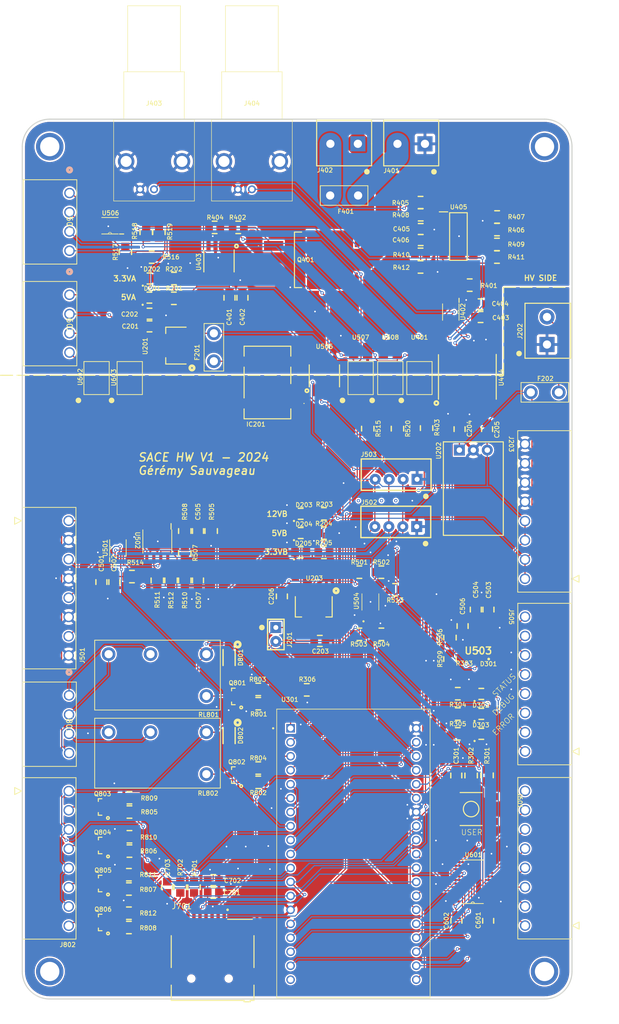
<source format=kicad_pcb>
(kicad_pcb (version 20240108) (generator "pcbnew") (generator_version "8.0")
  (layers (0 "F.Cu" signal) (31 "B.Cu" signal) (34 "B.Paste" user) (35 "F.Paste" user) (36 "B.SilkS" user "B.Silkscreen") (37 "F.SilkS" user "F.Silkscreen") (38 "B.Mask" user) (39 "F.Mask" user) (44 "Edge.Cuts" user))
  (net 0 "")
  (net 1 "/MCU/IO26")
  (net 2 "/IO34")
  (net 3 "VDD")
  (net 4 "Net-(D201-Anode)")
  (net 5 "Net-(D202-Anode)")
  (net 6 "Net-(D203-Anode)")
  (net 7 "Net-(D204-Anode)")
  (net 8 "Net-(D205-Anode)")
  (net 9 "/MCU/IO2")
  (net 10 "Net-(D301-Cathode)")
  (net 11 "/MCU/IO3")
  (net 12 "Net-(D302-Cathode)")
  (net 13 "Net-(D303-Cathode)")
  (net 14 "/MCU/IO25")
  (net 15 "/I2C/decap")
  (net 16 "Net-(D801-Anode)")
  (net 17 "Net-(D802-Anode)")
  (net 18 "Net-(IC201-+VOUT)")
  (net 19 "Net-(F202-Pad1)")
  (net 20 "5VB")
  (net 21 "/HV/e+")
  (net 26 "HV")
  (net 28 "/IO32")
  (net 29 "/IO33")
  (net 30 "/IO0")
  (net 31 "/IO1")
  (net 32 "/IO22")
  (net 33 "/IO21")
  (net 34 "Net-(U601-A6)")
  (net 35 "Net-(U601-A5)")
  (net 36 "Net-(U601-A7)")
  (net 37 "Net-(U601-A0)")
  (net 38 "Net-(U601-A1)")
  (net 39 "Net-(U601-A4)")
  (net 40 "Net-(U601-A2)")
  (net 41 "Net-(U601-A3)")
  (net 43 "/IO13")
  (net 45 "/IO14")
  (net 46 "/IO23")
  (net 47 "Net-(J701-CD)")
  (net 48 "/IO12")
  (net 49 "Net-(Q401-G)")
  (net 50 "Net-(Q401-S)")
  (net 51 "Net-(Q801-G)")
  (net 52 "Net-(Q802-G)")
  (net 53 "Net-(Q803-G)")
  (net 54 "Net-(Q804-G)")
  (net 55 "Net-(Q805-G)")
  (net 56 "Net-(Q806-G)")
  (net 57 "Net-(U401-E)")
  (net 58 "Net-(U401-Cathode)")
  (net 59 "Net-(R406-Pad2)")
  (net 60 "Net-(R407-Pad1)")
  (net 61 "Net-(R409-Pad1)")
  (net 62 "Net-(R410-Pad1)")
  (net 63 "Net-(R411-Pad1)")
  (net 64 "Net-(U503-ADDR)")
  (net 65 "/I2C/SCL_5V")
  (net 66 "/HV/current_sense")
  (net 67 "/I2C/SDA_5V")
  (net 68 "Net-(U504-EN)")
  (net 69 "/IO35")
  (net 70 "/IO36")
  (net 71 "/IO16")
  (net 72 "/IO17")
  (net 73 "/IO18")
  (net 74 "/IO19")
  (net 75 "GNDA")
  (net 76 "GNDB")
  (net 77 "3.3VA")
  (net 78 "5VA")
  (net 79 "3.3VB")
  (net 80 "Net-(U508-E)")
  (net 81 "Net-(U506-VOUTA)")
  (net 84 "/IO9")
  (net 85 "/IO15")
  (net 86 "/IO10")
  (net 87 "Net-(U506-VOUTB)")
  (net 88 "/IO11")
  (net 89 "/IO4")
  (net 91 "/IO5")
  (net 92 "/IO6")
  (net 93 "/IO39")
  (net 94 "/IO8")
  (net 95 "/IO7")
  (net 97 "12VB")
  (net 98 "/HV/V_amp")
  (net 99 "/HV/e-")
  (net 100 "/HV/SCL_5VK_A")
  (net 104 "Net-(U508-C)")
  (net 105 "Net-(U503-AIN3{slash}GPIO3)")
  (net 107 "/I2C/OUTD")
  (net 108 "/I2C/OUTC")
  (net 109 "/I2C/OUTB_10V")
  (net 110 "/I2C/OUTA_10V")
  (net 111 "/HV/HV_Sense")
  (net 112 "/POWER_CTRL/RL1_NO_1")
  (net 113 "/POWER_CTRL/RL2_NO_1")
  (net 114 "/POWER_CTRL/RL1_NO_2")
  (net 115 "/POWER_CTRL/RL2_NO_2")
  (net 116 "/POWER_CTRL/OD4")
  (net 117 "/POWER_CTRL/OD3")
  (net 118 "/POWER_CTRL/OD2")
  (net 119 "/POWER_CTRL/OD1")
  (net 120 "/HV/CS_A")
  (net 121 "/HV/MISO_A")
  (net 122 "/HV/MOSI_A")
  (net 123 "/I2C/OUTA")
  (net 124 "/I2C/OUTB")
  (net 125 "Net-(U503-AIN7{slash}GPIO7)")
  (net 126 "Net-(U503-AIN2{slash}GPIO2)")
  (net 127 "Net-(U503-AIN4{slash}GPIO4)")
  (net 128 "Net-(U503-AIN0{slash}GPIO0)")
  (net 129 "Net-(U503-AIN6{slash}GPIO6)")
  (net 130 "Net-(U503-AIN1{slash}GPIO1)")
  (net 131 "Net-(U503-AIN5{slash}GPIO5)")
  (net 132 "Net-(U602-C)")
  (net 133 "Net-(U603-C)")
  (net 134 "Net-(U603-E)")
  (net 135 "Net-(U602-E)")
  (net 136 "Net-(U301-EN)")
  (net 137 "Net-(U501-RDY{slash}*BSY)")
  (net 138 "Net-(U507-Cathode)")
  (net 139 "Net-(U506-*LDAC)")
  (net 140 "Net-(U506-RDY{slash}*BSY)")
  (net 141 "/I2C/SCL_A")
  (net 142 "/I2C/SDA_A")
  (net 143 "Net-(U508-Cathode)")
  (net 144 "/IO27")
  (net 147 "Net-(R301-Pad1)")
  (net 148 "Net-(R511-Pad2)")
  (net 149 "Net-(R507-Pad2)")
  (footprint "Resistors:R0805" (layer "F.Cu") (at 99.015 113.8429 90)
    (property "Reference" "R507")
    (property "Value" "RC0805JR-0710KL" (hide yes))
  )
  (footprint "Diodes:LED_0805_RED" (layer "F.Cu") (at 151.925 145.7)
    (property "Reference" "D303")
    (property "Value" "150080RS75000" (hide yes))
  )
  (footprint "Resistors:R0805" (layer "F.Cu") (at 123.3 105.692)
    (property "Reference" "R203")
    (property "Value" "RC0805JR-0733KL" (hide yes))
  )
  (footprint "Resistors:R0805" (layer "F.Cu") (at 151.1 152.25 -90)
    (property "Reference" "R302")
    (property "Value" "RC0805JR-07150RL" (hide yes))
  )
  (footprint "IC:SOIC127P600X175-14N" (layer "F.Cu") (at 148.788 55.26)
    (property "Reference" "U405")
    (property "Value" "MCP6L04T-E/SL" (hide yes))
  )
  (footprint "Resistors:R0805" (layer "F.Cu") (at 120.175 137.7)
    (property "Reference" "R306")
    (property "Value" "RC0805JR-0710KL" (hide yes))
  )
  (footprint "Capacitors:C0805" (layer "F.Cu") (at 95.8 172.575 -90)
    (property "Reference" "C703")
    (property "Value" "885012207098" (hide yes))
  )
  (footprint "Connectors:CONN8_2350514-8_TEC" (layer "F.Cu") (at 160.9 117.5 -90)
    (property "Reference" "J203")
    (property "Value" "2350514-8")
  )
  (footprint "Resistors:R0805" (layer "F.Cu") (at 94.015 118.8179 90)
    (property "Reference" "R511")
    (property "Value" "RC0805JR-0710KL" (hide yes))
  )
  (footprint "Resistors:R0805" (layer "F.Cu") (at 147.25 131.075 -90)
    (property "Reference" "R509")
    (property "Value" "0hms_0.5W" (hide yes))
  )
  (footprint "Capacitors:C0805" (layer "F.Cu") (at 154.25 122.075 -90)
    (property "Reference" "C503")
    (property "Value" "885012107015" (hide yes))
  )
  (footprint "IC:SOIC-8" (layer "F.Cu") (at 105.235 59.7 180)
    (property "Reference" "U403")
    (property "Value" "TMCS1101A3UQDT" (hide yes))
  )
  (footprint "Diodes:SOD-123FL" (layer "F.Cu") (at 107.0767 146.0179 -90)
    (property "Reference" "D802")
    (property "Value" "DSS16U" (hide yes))
  )
  (footprint "Diodes:LED_0805_GREEN" (layer "F.Cu") (at 151.925 138.4388)
    (property "Reference" "D301")
    (property "Value" "150080VS75000" (hide yes))
  )
  (footprint "IC:4-SMD" (layer "F.Cu") (at 89 81)
    (property "Reference" "U603")
    (property "Value" "LTV-816S" (hide yes))
  )
  (footprint "Resistors:R0805" (layer "F.Cu") (at 89.975 167.0179 180)
    (property "Reference" "R806")
    (property "Value" "RC0805JR-07330RL" (hide yes))
  )
  (footprint "Resistors:R0805" (layer "F.Cu") (at 131.8 127.6 180)
    (property "Reference" "R503")
    (property "Value" "RC0805JR-074K7L" (hide yes))
  )
  (footprint "Connectors:CONN4_1155650000_TEC" (layer "F.Cu") (at 78.0449 47.3549 -90)
    (property "Reference" "J504")
    (property "Value" "2350514-4")
  )
  (footprint "Resistors:R0805" (layer "F.Cu") (at 107.71 53.6)
    (property "Reference" "R402")
    (property "Value" "RC0805JR-07330RL" (hide yes))
  )
  (footprint "Capacitors:C0805" (layer "F.Cu") (at 154 89.263 -90)
    (property "Reference" "C205")
    (property "Value" "885012107018" (hide yes))
  )
  (footprint "Resistors:R0805" (layer "F.Cu") (at 140.875 60.8)
    (property "Reference" "R412")
    (property "Value" "RC0805FR-0747KL" (hide yes))
  )
  (footprint "Relays:ALQ312" (layer "F.Cu") (at 94.05 135.0179 180)
    (property "Reference" "RL801")
    (property "Value" "ALQ312")
  )
  (footprint "IC:SOP50P490X110-10N" (layer "F.Cu") (at 147.4 69 -90)
    (property "Reference" "U402")
    (property "Value" "ADC124S021CIMM" (hide yes))
  )
  (footprint "Resistors:R0805" (layer "F.Cu") (at 89.875 173.9179 180)
    (property "Reference" "R807")
    (property "Value" "RC0805JR-07330RL" (hide yes))
  )
  (footprint "Resistors:R0805" (layer "F.Cu") (at 99.015 118.8179 90)
    (property "Reference" "R510")
    (property "Value" "RC0805JR-072K2L" (hide yes))
  )
  (footprint "Capacitors:C0805" (layer "F.Cu") (at 86.2 119.125 90)
    (property "Reference" "C502")
    (property "Value" "885012107015" (hide yes))
  )
  (footprint "Resistors:R0805" (layer "F.Cu") (at 133.75 127.6)
    (property "Reference" "R504")
    (property "Value" "RC0805JR-074K7L" (hide yes))
  )
  (footprint "Resistors:R0805" (layer "F.Cu") (at 156.825 54 180)
    (property "Reference" "R406")
    (property "Value" "RC0805JR-0710KL" (hide yes))
  )
  (footprint "Resistors:R0805" (layer "F.Cu") (at 88.2 59.125 90)
    (property "Reference" "R517")
    (property "Value" "RC0805JR-07100KL" (hide yes))
  )
  (footprint "Capacitors:C0805" (layer "F.Cu") (at 103.175 172.3)
    (property "Reference" "C702")
    (property "Value" "885012207098" (hide yes))
  )
  (footprint "Resistors:R0805" (layer "F.Cu") (at 142.925 49.098 180)
    (property "Reference" "R405")
    (property "Value" "ERJ-6ENF1404V" (hide yes))
  )
  (footprint "Capacitors:C0805" (layer "F.Cu") (at 149 89.263 -90)
    (property "Reference" "C204")
    (property "Value" "885012107018" (hide yes))
  )
  (footprint "Capacitors:C0805" (layer "F.Cu") (at 148.421 180.725 90)
    (property "Reference" "C602")
    (property "Value" "885012207098" (hide yes))
  )
  (footprint "Capacitors:C0805" (layer "F.Cu") (at 140.903 53.9)
    (property "Reference" "C405")
    (property "Value" "885012207098" (hide yes))
  )
  (footprint "Diodes:LED_0805_GREEN" (layer "F.Cu") (at 119.075 112.6837)
    (property "Reference" "D205")
    (property "Value" "150080VS75000" (hide yes))
  )
  (footprint "Capacitors:C0805" (layer "F.Cu") (at 105.225 174.6 180)
    (property "Reference" "C701")
    (property "Value" "885012107015" (hide yes))
  )
  (footprint "Resistors:R0805" (layer "F.Cu") (at 99.015 109.8429 90)
    (property "Reference" "R508")
    (property "Value" "RC0805JR-0710KL" (hide yes))
  )
  (footprint "Diodes:LED_0805_GREEN" (layer "F.Cu") (at 91.575 62.8956)
    (property "Reference" "D202")
    (property "Value" "150080VS75000" (hide yes))
  )
  (footprint "Capacitors:C0805" (layer "F.Cu") (at 101.415 118.8179 90)
    (property "Reference" "C507")
    (property "Value" "885012107015" (hide yes))
  )
  (footprint "Connectors:CONN8_2350514-8_TEC" (layer "F.Cu") (at 160.9152 180.57 -90)
    (property "Reference" "J601")
    (property "Value" "2350514-8")
  )
  (footprint "Resistors:R0805" (layer "F.Cu") (at 92 55.5 90)
    (property "Reference" "R518")
    (property "Value" "RC0805JR-074K7L" (hide yes))
  )
  (footprint "Resistors:R0805" (layer "F.Cu") (at 100.7 172.575 -90)
    (property "Reference" "R701")
    (property "Value" "RC0805FR-0747KL" (hide yes))
  )
  (footprint "Connectors:Mounting_Hole_3mm" (layer "F.Cu") (at 164.45 38.9179)
    (property "Reference" "H102" (hide yes))
    (property "Value" "Mounting-Hole-M3" (hide yes))
  )
  (footprint "Connectors:1935161" (layer "F.Cu") (at 140.2 38.4068 180)
    (property "Reference" "J401")
    (property "Value" "1935161" (hide yes))
  )
  (footprint "Resistors:R0805" (layer "F.Cu") (at 156.853 51.702 180)
    (property "Reference" "R407")
    (property "Value" "RC0805JR-0710KL" (hide yes))
  )
  (footprint "Resistors:R0805" (layer "F.Cu") (at 113.4 154.5179 180)
    (property "Reference" "R802")
    (property "Value" "RC0805JR-07330RL" (hide yes))
  )
  (footprint "Capacitors:C0805" (layer "F.Cu") (at 149.55 125.075 -90)
    (property "Reference" "C506")
    (property "Value" "885012107015" (hide yes))
  )
  (footprint "Connectors:RF101KD0050" (layer "F.Cu") (at 111.22 46.68)
    (property "Reference" "J404")
    (property "Value" "RF1-01K-D-00-50-BK-HDW " (hide yes))
  )
  (footprint "Capacitors:C0805" (layer "F.Cu") (at 154.2 180.725 90)
    (property "Reference" "C601")
    (property "Value" "885012207098" (hide yes))
  )
  (footprint "Connectors:CONN8_2350514-8_TEC" (layer "F.Cu") (at 77.8848 106.95 90)
    (property "Reference" "J501")
    (property "Value" "2350514-8")
  )
  (footprint "Resistors:R0805" (layer "F.Cu") (at 87.825 171.3179)
    (property "Reference" "R811")
    (property "Value" "RC0805JR-0710KL" (hide yes))
  )
  (footprint "Capacitors:C0805" (layer "F.Cu") (at 109.5 67.425 90)
    (property "Reference" "C402")
    (property "Value" "885012207103" (hide yes))
  )
  (footprint "Resistors:R0805" (layer "F.Cu") (at 154.775 56.698)
    (property "Reference" "R409")
    (property "Value" "RC0805JR-0710KL" (hide yes))
  )
  (footprint "IC:SOT-23-3" (layer "F.Cu") (at 83.9324 159.0003 90)
    (property "Reference" "Q803")
    (property "Value" "PMV20XNER" (hide yes))
  )
  (footprint "Connectors:CONN4_1155650000_TEC" (layer "F.Cu") (at 77.9601 138.7 -90)
    (property "Reference" "J801")
    (property "Value" "2350514-4")
  )
  (footprint "Resistors:R0805" (layer "F.Cu") (at 154 154.275 90)
    (property "Reference" "R301")
    (property "Value" "RC0805JR-074K7L" (hide yes))
  )
  (footprint "Connectors:1935161" (layer "F.Cu") (at 164.9 72.4 90)
    (property "Reference" "J202")
    (property "Value" "1935161" (hide yes))
  )
  (footprint "IC:4-SMD" (layer "F.Cu") (at 131 81)
    (property "Reference" "U507")
    (property "Value" "LTV-816S" (hide yes))
  )
  (footprint "Resistors:R0805" (layer "F.Cu") (at 147.65 138.4)
    (property "Reference" "R303")
    (property "Value" "RC0805JR-072K2L" (hide yes))
  )
  (footprint "Resistors:R0805" (layer "F.Cu") (at 113.4 140.2179 180)
    (property "Reference" "R801")
    (property "Value" "RC0805JR-07330RL" (hide yes))
  )
  (footprint "Switches:PTS645_6X6X4_SMD" (layer "F.Cu") (at 151.1 159.375)
    (property "Reference" "SW301" (hide yes))
    (property "Value" "PTS645SM43SMTR92" (hide yes))
  )
  (footprint "Resistors:R0805" (layer "F.Cu") (at 123.3 109.2)
    (property "Reference" "R204")
    (property "Value" "RC0805FR-075K6L" (hide yes))
  )
  (footprint "Capacitors:C0805" (layer "F.Cu") (at 151.95 122.075 -90)
    (property "Reference" "C504")
    (property "Value" "885012107015" (hide yes))
  )
  (footprint "IC:SOT-23-3" (layer "F.Cu") (at 83.95 166.0003 90)
    (property "Reference" "Q804")
    (property "Value" "PMV20XNER" (hide yes))
  )
  (footprint "Connectors:RF101KD0050" (layer "F.Cu") (at 93.42 46.68)
    (property "Reference" "J403")
    (property "Value" "RF1-01K-D-00-50-BK-HDW " (hide yes))
  )
  (footprint "Connectors:Headers_2.54mm_1X2" (layer "F.Cu") (at 115.575 126.36 -90)
    (property "Reference" "J201")
    (property "Value" "Header_Male_Pin_2.54mm_1X2_,_Unshrouded" (hide yes))
  )
  (footprint "IC:1769205241" (layer "F.Cu") (at 114.05 81.81 90)
    (property "Reference" "IC201")
    (property "Value" "1769205241" (hide yes))
  )
  (footprint "IC:QFN50P300X300X80-17N-D" (layer "F.Cu") (at 152.4 130.6 180)
    (property "Reference" "U503")
    (property "Value" "TLA2528IRTER" (hide yes))
  )
  (footprint "Resistors:R0805" (layer "F.Cu") (at 103.4188 53.6)
    (property "Reference" "R404")
    (property "Value" "RC0805FR-075K6L" (hide yes))
  )
  (footprint "Fuses:TE5_395" (layer "F.Cu") (at 128 47.8)
    (property "Reference" "F401")
    (property "Value" "0698Q6300-01" (hide yes))
  )
  (footprint "Diodes:SOD-123FL" (layer "F.Cu") (at 107.0767 131.8179 -90)
    (property "Reference" "D801")
    (property "Value" "DSS16U" (hide yes))
  )
  (footprint "Connectors:Mounting_Hole_3mm" (layer "F.Cu") (at 74.45 188.9179)
    (property "Reference" "H104" (hide yes))
    (property "Value" "Mounting-Hole-M3" (hide yes))
  )
  (footprint "Connectors:Mounting_Hole_3mm" (layer "F.Cu") (at 74.45 38.9179)
    (property "Reference" "H103" (hide yes))
    (property "Value" "Mounting-Hole-M3" (hide yes))
  )
  (footprint "IC:4-SMD" (layer "F.Cu") (at 136.4 81)
    (property "Reference" "U508")
    (property "Value" "LTV-816S" (hide yes))
  )
  (footprint "Capacitors:C0805" (layer "F.Cu") (at 124.6 128.8 180)
    (property "Reference" "C203")
    (property "Value" "885012107005" (hide yes))
  )
  (footprint "Capacitors:C0805" (layer "F.Cu") (at 153.8413 67.6 180)
    (property "Reference" "C404")
    (property "Value" "885012207103" (hide yes))
  )
  (footprint "Capacitors:C0805" (layer "F.Cu") (at 148.4 152.25 -90)
    (property "Reference" "C301")
    (property "Value" "885012207098" (hide yes))
  )
  (footprint "Capacitors:C0805" (layer "F.Cu") (at 153.8413 69.9 180)
    (property "Reference" "C403")
    (property "Value" "885012207098" (hide yes))
  )
  (footprint "Resistors:R0805" (layer "F.Cu") (at 133.75 116.3)
    (property "Reference" "R502")
    (property "Value" "RC0805JR-074K7L" (hide yes))
  )
  (footprint "IC:SOIC-16-wide" (layer "F.Cu") (at 150.4129 77.4)
    (property "Reference" "U404")
    (property "Value" "ISO7341CQDWQ1" (hide yes))
  )
  (footprint "Resistors:R0805" (layer "F.Cu") (at 156.825 59 180)
    (property "Reference" "R411")
    (property "Value" "RC0805JR-0710KL" (hide yes))
  )
  (footprint "Capacitors:C0805" (layer "F.Cu") (at 116.675 121.725 90)
    (property "Reference" "C206")
    (property "Value" "885012107014" (hide yes))
  )
  (footprint "Resistors:R0805" (layer "F.Cu") (at 111.35 137.6179)
    (property "Reference" "R803")
    (property "Value" "RC0805JR-0710KL" (hide yes))
  )
  (footprint "Resistors:R0805" (layer "F.Cu") (at 142.925 58.498 180)
    (property "Reference" "R410")
    (property "Value" "ERJ-6ENF1404V" (hide yes))
  )
  (footprint "Resistors:R0805" (layer "F.Cu") (at 147.65 145.7)
    (property "Reference" "R305")
    (property "Value" "RC0805JR-072K2L" (hide yes))
  )
  (footprint "Connectors:XH-4A" (layer "F.Cu") (at 141.21 108.0101 180)
    (property "Reference" "J502")
    (property "Value" "XH-4A connector" (hide yes))
  )
  (footprint "IC:SOT-23-3" (layer "F.Cu") (at 108.175 138.9003 90)
    (property "Reference" "Q801")
    (property "Value" "PMV20XNER" (hide yes))
  )
  (footprint "IC:SOP65P490X110-8N" (layer "F.Cu") (at 132.775 121.72 90)
    (property "Reference" "U504")
    (property "Value" "TCA9617BDGKR" (hide yes))
  )
  (footprint "IC:SOT-223-3" (layer "F.Cu") (at 97.4 75.0977 90)
    (property "Reference" "U201")
    (property "Value" "AZ1117IH-3.3TRG1" (hide yes))
  )
  (footprint "Assembly:IC8_TLV9302IDR_TEX" (layer "F.Cu") (at 94.015 110.7179 -90)
    (property "Reference" "U502")
    (property "Value" "TLV9302IDR")
  )
  (footprint "Connectors:GCT_MEM2075-00-140-01-A" (layer "F.Cu") (at 103.6 190.2)
    (property "Reference" "J701")
    (property "Value" "MEM2075-00-140-01-A")
  )
  (footprint "Connectors:XH-4A" (layer "F.Cu") (at 141.27 99.4101 180)
    (property "Reference" "J503")
    (property "Value" "XH-4A connector" (hide yes))
  )
  (footprint "Resistors:R0805" (layer "F.Cu") (at 131.8 116.3 180)
    (property "Reference" "R501")
    (property "Value" "RC0805JR-074K7L" (hide yes))
  )
  (footprint "Resistors:R0805" (layer "F.Cu") (at 89.975 159.9179 180)
    (property "Reference" "R805")
    (property "Value" "RC0805JR-07330RL" (hide yes))
  )
  (footprint "Resistors:R0805" (layer "F.Cu") (at 94.308 55.5 90)
    (property "Reference" "R519")
    (property "Value" "RC0805JR-074K7L" (hide yes))
  )
  (footprint "Connectors:CONN8_2350514-8_TEC" (layer "F.Cu") (at 160.9152 148.9 -90)
    (property "Reference" "J505")
    (property "Value" "2350514-8")
  )
  (footprint "Resistors:R0805" (layer "F.Cu") (at 94.025 59 180)
    (property "Reference" "R516")
    (property "Value" "RC0805JR-072K2L" (hide yes))
  )
  (footprint "IC:4-SMD" (layer "F.Cu") (at 82.965 81)
    (property "Reference" "U602")
    (property "Value" "LTV-816S" (hide yes))
  )
  (footprint "Relays:ALQ312" (layer "F.Cu") (at 94.05 149.2179 180)
    (property "Reference" "RL802")
    (property "Value" "ALQ312")
  )
  (footprint "Connectors:CONN4_1155650000_TEC" (layer "F.Cu") (at 78.0449 65.8549 -90)
    (property "Reference" "J602")
    (property "Value" "2350514-4")
  )
  (footprint "Resistors:R0805" (layer "F.Cu") (at 103.815 109.8429 90)
    (property "Reference" "R505")
    (property "Value" "RC0805JR-072K2L" (hide yes))
  )
  (footprint "Resistors:R0805" (layer "F.Cu") (at 96.025 62.9)
    (property "Reference" "R202")
    (property "Value" "RC0805JR-072K2L" (hide yes))
  )
  (footprint "Resistors:R0805" (layer "F.Cu") (at 111.35 151.9179)
    (property "Reference" "R804")
    (property "Value" "RC0805JR-0710KL" (hide yes))
  )
  (footprint "Resistors:R0805" (layer "F.Cu") (at 137.7 89.175 -90)
    (property "Reference" "R520")
    (property "Value" "RC0805JR-072K2L" (hide yes))
  )
  (footprint "Diodes:LED_0805_YELLOW" (layer "F.Cu") (at 151.925 142.0694)
    (property "Reference" "D302")
    (property "Value" "150080YS75000" (hide yes))
  )
  (footprint "Resistors:R0805" (layer "F.Cu") (at 143 91.125 90)
    (property "Reference" "R403")
    (property "Value" "RC0805JR-072K2L" (hide yes))
  )
  (footprint "IC:SOT-23-3" (layer "F.Cu") (at 83.95 172.9179 90)
    (property "Reference" "Q805")
    (property "Value" "PMV20XNER" (hide yes))
  )
  (footprint "Connectors:1935161" (layer "F.Cu") (at 128 38.4 180)
    (property "Reference" "J402")
    (property "Value" "1935161" (hide yes))
  )
  (footprint "Resistors:R0805" (layer "F.Cu") (at 88.375 117.1)
    (property "Reference" "R514")
    (property "Value" "RC0805JR-07100KL" (hide yes))
  )
  (footprint "IC:MCB90N12ATP" (layer "F.Cu") (at 123.4125 59.5 180)
    (property "Reference" "Q401")
    (property "Value" "MCB90N12A-TP" (hide yes))
  )
  (footprint "Resistors:R0805" (layer "F.Cu") (at 147.65 142.1)
    (property "Reference" "R304")
    (property "Value" "RC0805JR-072K2L" (hide yes))
  )
  (footprint "Capacitors:C0805" (layer "F.Cu") (at 91.575 71.6)
    (property "Reference" "C201")
    (property "Value" "885012107005" (hide yes))
  )
  (footprint "Resistors:R0805" (layer "F.Cu") (at 96 66.5)
    (property "Reference" "R201")
    (property "Value" "RC0805FR-075K6L" (hide yes))
  )
  (footprint "IC:SOP50P490X110-10N" (layer "F.Cu") (at 85.4 53.3 180)
    (property "Reference" "U506")
    (property "Value" "MCP4728T-E_UN" (hide yes))
  )
  (footprint "Resistors:R0805" (layer "F.Cu") (at 140.903 51.3)
    (property "Reference" "R408")
    (property "Value" "RC0805FR-0747KL" (hide yes))
  )
  (footprint "Assembly:OKI-78SR_Horizontal" (layer "F.Cu") (at 151.5 94.1)
    (property "Reference" "U202")
    (property "Value" "OKI-78SR-5_1.5-W36H-C" (hide yes))
  )
  (footprint "IC:SOP50P490X110-10N" (layer "F.Cu") (at 86.85 111.8921 90)
    (property "Reference" "U501")
    (property "Value" "MCP4728T-E_UN" (hide yes))
  )
  (footprint "Resistors:R0805" (layer "F.Cu") (at 138.3 119.5 180)
    (property "Reference" "R513")
    (property "Value" "RC0805JR-0710KL" (hide yes))
  )
  (footprint "Capacitors:C0805" (layer "F.Cu") (at 107.146 67.425 90)
    (property "Reference" "C401")
    (property "Value" "885012207098" (hide yes))
  )
  (footprint "IC:4-SMD" (layer "F.Cu") (at 141.7 81)
    (property "Reference" "U401")
    (property "Value" "LTV-816S" (hide yes))
  )
  (footprint "Capacitors:C0805" (layer "F.Cu") (at 140.903 55.902)
    (property "Reference" "C406")
    (property "Value" "885012207103" (hide yes))
  )
  (footprint "Capacitors:C0805" (layer "F.Cu") (at 101.415 109.8429 90)
    (property "Reference" "C505")
    (property "Value" "885012107015" (hide yes))
  )
  (footprint "IC:SOIC-8" (layer "F.Cu") (at 124.4088 80.6)
    (property "Reference" "U505")
    (property "Value" "SI8602AC-B-IS" (hide yes))
  )
  (footprint "Resistors:R0805" (layer "F.Cu") (at 87.925 157.3179)
    (property "Reference" "R809")
    (property "Value" "RC0805JR-0710KL" (hide yes))
  )
  (footprint "Resistors:R0805" (layer "F.Cu") (at 87.825 178.3179)
    (property "Reference" "R812")
    (property "Value" "RC0805JR-0710KL" (hide yes))
  )
  (footprint "Resistors:R0805" (layer "F.Cu") (at 87.925 164.4179)
    (property "Reference" "R810")
    (property "Value" "RC0805JR-0710KL" (hide yes))
  )
  (footprint "Assembly:MODULE_ESP32-DEVKITC-32D" (layer "F.Cu") (at 129.6875 164.45)
    (property "Reference" "U301")
    (property "Value" "ESP32-DEVKITC-32D")
  )
  (footprint "IC:SOP65P640X110-24N" (layer "F.Cu") (at 151.4 172.6 180)
    (property "Reference" "U601")
    (property "Value" "74LVC4245APW_118")
  )
  (footprint "Diodes:LED_0805_GREEN" (layer "F.Cu") (at 119.075 109.1837)
    (property "Reference" "D204")
    (property "Value" "150080VS75000" (hide yes))
  )
  (footprint "Resistors:R0805" (layer "F.Cu") (at 147.25 127.175 -90)
    (property "Reference" "R506")
    (property "Value" "0hms_0.5W" (hide yes))
  )
  (footprint "Resistors:R0805" (layer "F.Cu") (at 132.3 89.175 -90)
    (property "Reference" "R515")
    (property "Value" "RC0805JR-072K2L" (hide yes))
  )
  (footprint "Diodes:LED_0805_GREEN" (layer "F.Cu") (at 119.075 105.6837)
    (property "Reference" "D203")
    (property "Value" "150080VS75000" (hide yes))
  )
  (footprint "Fuses:TE5_395" (layer "F.Cu") (at 164.5 83.6 180)
    (property "Reference" "F202")
    (property "Value" "39511000440" (hide yes))
  )
  (footprint "IC:SOT-23-3" (layer "F.Cu") (at 108.175 153.2003 90)
    (property "Reference" "Q802")
    (property "Value" "PMV20XNER" (hide yes))
  )
  (footprint "Diodes:LED_0805_GREEN" (layer "F.Cu") (at 91.55 66.373)
    (property "Reference" "D201")
    (property "Value" "150080VS75000" (hide yes))
  )
  (footprint "Resistors:R0805" (layer "F.Cu") (at 96.515 118.8179 90)
    (property "Reference" "R512")
    (property "Value" "RC0805JR-0710KL" (hide yes))
  )
  (footprint "IC:SOT-23-3" (layer "F.Cu") (at 83.95 180.0003 90)
    (property "Reference" "Q806")
    (property "Value" "PMV20XNER" (hide yes))
  )
  (footprint "Connectors:CONN8_2350514-8_TEC" (layer "F.Cu") (at 77.9 156.1 90)
    (property "Reference" "J802")
    (property "Value" "2350514-8")
  )
  (footprint "Capacitors:C0805" (layer "F.Cu") (at 91.575 69.3)
    (property "Reference" "C202")
    (property "Value" "885012107014" (hide yes))
  )
  (footprint "Connectors:Mounting_Hole_3mm" (layer "F.Cu") (at 164.45 188.9179)
    (property "Reference" "H101" (hide yes))
    (property "Value" "Mounting-Hole-M3" (hide yes))
  )
  (footprint "Resistors:R0805" (layer "F.Cu") (at 98.2 174.625 90)
    (property "Reference" "R702")
    (property "Value" "RC0805JR-07150RL" (hide yes))
  )
  (footprint "Resistors:R0805" (layer "F.Cu") (at 89.875 180.9179 180)
    (property "Reference" "R808")
    (property "Value" "RC0805JR-07330RL" (hide yes))
  )
  (footprint "Resistors:R0805" (layer "F.Cu") (at 151.8663 64.1 180)
    (property "Reference" "R401")
    (property "Value" "RC0805JR-0710KL" (hide yes))
  )
  (footprint "Capacitors:C0805" (layer "F.Cu") (at 83.846 119.125 90)
    (property "Reference" "C501")
    (property "Value" "885012107015" (hide yes))
  )
  (footprint "Resistors:R0805" (layer "F.Cu") (at 123.3 112.708)
    (property "Reference" "R205")
    (property "Value" "RC0805JR-072K2L" (hide yes))
  )
  (footprint "IC:SOT-223-3" (layer "F.Cu") (at 122.4727 122.6 180)
    (property "Reference" "U203")
    (property "Value" "AZ1117IH-3.3TRG1" (hide yes))
  )
  (footprint "Fuses:TE5_395" (layer "F.Cu") (at 104.3 75.4 90)
    (property "Reference" "F201")
    (property "Value" "39511000440" (hide yes))
  )
  (gr_line (start 157 64.5) (end 168.9 64.5) (stroke (width 0.2) (type dash)) (layer "F.SilkS"))
  (gr_line (start 157 80.5) (end 157 64.5) (stroke (width 0.2) (type dash)) (layer "F.SilkS"))
  (gr_line (start 65.5 80.5) (end 157 80.5) (stroke (width 0.2) (type dash)) (layer "F.SilkS"))
  (gr_arc (start 69.45 38.917916) (mid 70.914466 35.382382) (end 74.45 33.917916) (stroke (width 0.2)) (layer "Edge.Cuts"))
  (gr_arc (start 169.45 188.917916) (mid 167.985534 192.45345) (end 164.45 193.917916) (stroke (width 0.2)) (layer "Edge.Cuts"))
  (gr_line (start 169.45 188.917916) (end 169.45 38.917916) (stroke (width 0.2)) (layer "Edge.Cuts"))
  (gr_line (start 74.45 193.917916) (end 164.45 193.917916) (stroke (width 0.2)) (layer "Edge.Cuts"))
  (gr_line (start 69.45 38.917916) (end 69.45 188.917916) (stroke (width 0.2)) (layer "Edge.Cuts"))
  (gr_arc (start 164.45 33.917916) (mid 167.985534 35.382382) (end 169.45 38.917916) (stroke (width 0.2)) (layer "Edge.Cuts"))
  (gr_line (start 164.45 33.917916) (end 74.45 33.917916) (stroke (width 0.2)) (layer "Edge.Cuts"))
  (gr_arc (start 74.45 193.917916) (mid 70.914466 192.45345) (end 69.45 188.917916) (stroke (width 0.2)) (layer "Edge.Cuts"))
  (gr_text "3.3VB" (at 113.4 113.2 0) (layer "F.SilkS") (effects (font (size 1 1) (thickness 0.2) (bold yes)) (justify left bottom)))
  (gr_text "HV SIDE" (at 160.6 63.4 0) (layer "F.SilkS") (effects (font (size 1 1) (thickness 0.2) (bold yes)) (justify left bottom)))
  (gr_text "5VB" (at 114.7 109.8 0) (layer "F.SilkS") (effects (font (size 1 1) (thickness 0.2) (bold yes)) (justify left bottom)))
  (gr_text "12VB" (at 113.8 106.3 0) (layer "F.SilkS") (effects (font (size 1 1) (thickness 0.2) (bold yes)) (justify left bottom)))
  (gr_text "SACE HW V1 - 2024\nGérémy Sauvageau" (at 90.4 98.7 0) (layer "F.SilkS") (effects (font (size 1.5 1.5) (thickness 0.25) (bold yes) (italic yes)) (justify left bottom)))
  (gr_text "ERROR" (at 155.6 146.2 45) (layer "F.SilkS") (effects (font (size 1 1) (thickness 0.1)) (justify left bottom)))
  (gr_text "DEBUG" (at 155.6 142.6 45) (layer "F.SilkS") (effects (font (size 1 1) (thickness 0.1)) (justify left bottom)))
  (gr_text "STATUS" (at 155.6 139.2 45) (layer "F.SilkS") (effects (font (size 1 1) (thickness 0.1)) (justify left bottom)))
  (gr_text "3.3VA" (at 85.9 63.5 0) (layer "F.SilkS") (effects (font (size 1 1) (thickness 0.2) (bold yes)) (justify left bottom)))
  (gr_text "5VA" (at 87.3 66.9 0) (layer "F.SilkS") (effects (font (size 1 1) (thickness 0.2) (bold yes)) (justify left bottom)))
  (gr_text "USER" (at 149.2 164.2 0) (layer "F.SilkS") (effects (font (size 1 1) (thickness 0.1)) (justify left bottom)))
  (via (at 137.4 103.3) (size 0.6) (drill 0.3) (layers "F.Cu" "B.Cu") (net 0))
  (via (at 130.6 103.3) (size 0.6) (drill 0.3) (layers "F.Cu" "B.Cu") (net 0))
  (via (at 134.8 103.3) (size 0.6) (drill 0.3) (layers "F.Cu" "B.Cu") (net 0))
  (segment (start 148.4 152.25) (end 151.1 152.25) (width 0.2) (layer "F.Cu") (net 1))
  (segment (start 146.9252 152.0171) (end 147.1154 152.0171) (width 0.2) (layer "F.Cu") (net 1))
  (segment (start 147.8742 152.25) (end 147.3483 152.25) (width 0.2) (layer "F.Cu") (net 1))
  (segment (start 147.8742 152.25) (end 148.4 152.25) (width 0.2) (layer "F.Cu") (net 1))
  (segment (start 147.1154 152.0171) (end 147.3483 152.25) (width 0.2) (layer "F.Cu") (net 1))
  (via (at 146.9252 152.0171) (size 0.6) (drill 0.3) (layers "F.Cu" "B.Cu") (net 1))
  (segment (start 142.8223 156.12) (end 146.9252 152.0171) (width 0.2) (layer "B.Cu") (net 1))
  (segment (start 118.2575 167.55) (end 129.6875 156.12) (width 0.2) (layer "B.Cu") (net 1))
  (segment (start 129.6875 156.12) (end 142.8223 156.12) (width 0.2) (layer "B.Cu") (net 1))
  (segment (start 100.7 172.575) (end 100.7 171.5733) (width 0.2) (layer "F.Cu") (net 2))
  (segment (start 98.2 172.575) (end 98.2 171.5733) (width 0.2) (layer "F.Cu") (net 2))
  (segment (start 100.2946 171.2824) (end 98.4909 171.2824) (width 0.2) (layer "F.Cu") (net 2))
  (segment (start 95.8 172.575) (end 98.2 172.575) (width 0.2) (layer "F.Cu") (net 2))
  (segment (start 100.5855 171.5733) (end 100.2946 171.2824) (width 0.2) (layer "F.Cu") (net 2))
  (segment (start 98.4909 171.2824) (end 98.2 171.5733) (width 0.2) (layer "F.Cu") (net 2))
  (segment (start 100.2946 171.0813) (end 100.2946 171.2824) (width 0.2) (layer "F.Cu") (net 2))
  (segment (start 100.7 171.5733) (end 100.5855 171.5733) (width 0.2) (layer "F.Cu") (net 2))
  (via (at 100.2946 171.0813) (size 0.6) (drill 0.3) (layers "F.Cu" "B.Cu") (net 2))
  (segment (start 107.6299 163.74) (end 100.2946 171.0753) (width 0.2) (layer "B.Cu") (net 2))
  (segment (start 119.3469 155.9394) (end 119.3469 162.9762) (width 0.2) (layer "B.Cu") (net 2))
  (segment (start 119.3469 162.9762) (end 118.5831 163.74) (width 0.2) (layer "B.Cu") (net 2))
  (segment (start 118.5831 163.74) (end 107.6299 163.74) (width 0.2) (layer "B.Cu") (net 2))
  (segment (start 118.2575 154.85) (end 119.3469 155.9394) (width 0.2) (layer "B.Cu") (net 2))
  (segment (start 100.2946 171.0753) (end 100.2946 171.0813) (width 0.2) (layer "B.Cu") (net 2))
  (segment (start 154.9767 141.0576) (end 154.1231 140.204) (width 0.2) (layer "F.Cu") (net 3))
  (segment (start 102.88 178.78) (end 102.88 175.9467) (width 0.2) (layer "F.Cu") (net 3))
  (segment (start 100.7 174.625) (end 100.7 175.6267) (width 0.2) (layer "F.Cu") (net 3))
  (segment (start 103.175 172.3) (end 104.1767 172.3) (width 0.2) (layer "F.Cu") (net 3))
  (segment (start 120.175 140.825) (end 120.175 137.7) (width 0.2) (layer "F.Cu") (net 3))
  (segment (start 129.75 127.6) (end 130.7517 127.6) (width 0.2) (layer "F.Cu") (net 3))
  (segment (start 104.1767 171.2983) (end 104.1767 172.3) (width 0.2) (layer "F.Cu") (net 3))
  (segment (start 130.7517 127.6) (end 130.7517 124.9183) (width 0.2) (layer "F.Cu") (net 3))
  (segment (start 135.4786 124.2049) (end 135.4786 126.2269) (width 0.2) (layer "F.Cu") (net 3))
  (segment (start 129.75 127.6) (end 129.75 126.5483) (width 0.2) (layer "F.Cu") (net 3))
  (segment (start 135.4786 126.2269) (end 135.8 126.5483) (width 0.2) (layer "F.Cu") (net 3))
  (segment (start 120.175 133.475) (end 120.175 137.7) (width 0.2) (layer "F.Cu") (net 3))
  (segment (start 108.1784 167.2966) (end 104.1767 171.2983) (width 0.2) (layer "F.Cu") (net 3))
  (segment (start 118.2575 144.69) (end 118.2575 142.7425) (width 0.2) (layer "F.Cu") (net 3))
  (segment (start 115.575 128.9) (end 108.1784 136.2966) (width 0.2) (layer "F.Cu") (net 3))
  (segment (start 129.8123 126.5483) (end 129.75 126.5483) (width 0.2) (layer "F.Cu") (net 3))
  (segment (start 108.1784 136.2966) (end 108.1784 167.2966) (width 0.2) (layer "F.Cu") (net 3))
  (segment (start 130.7517 124.9183) (end 131.8 123.87) (width 0.2) (layer "F.Cu") (net 3))
  (segment (start 102.88 175.9467) (end 103.175 175.6517) (width 0.2) (layer "F.Cu") (net 3))
  (segment (start 115.575 128.9) (end 115.6 128.9) (width 0.2) (layer "F.Cu") (net 3))
  (segment (start 145.9679 113.7156) (end 135.4786 124.2049) (width 0.2) (layer "F.Cu") (net 3))
  (segment (start 154.9767 150.2466) (end 154.9767 141.0576) (width 0.2) (layer "F.Cu") (net 3))
  (segment (start 103.175 174.6) (end 103.175 172.3) (width 0.2) (layer "F.Cu") (net 3))
  (segment (start 132.1847 122.7684) (end 134.0421 122.7684) (width 0.2) (layer "F.Cu") (net 3))
  (segment (start 135.8 127.6) (end 135.8 126.5483) (width 0.2) (layer "F.Cu") (net 3))
  (segment (start 154 151.2233) (end 154.9767 150.2466) (width 0.2) (layer "F.Cu") (net 3))
  (segment (start 101.02 175.9467) (end 100.7 175.6267) (width 0.2) (layer "F.Cu") (net 3))
  (segment (start 131.8 123.1531) (end 132.1847 122.7684) (width 0.2) (layer "F.Cu") (net 3))
  (segment (start 115.6 128.9) (end 120.175 133.475) (width 0.2) (layer "F.Cu") (net 3))
  (segment (start 103.175 174.6) (end 103.175 175.6517) (width 0.2) (layer "F.Cu") (net 3))
  (segment (start 130.0437 126.3169) (end 129.8123 126.5483) (width 0.2) (layer "F.Cu") (net 3))
  (segment (start 154 152.225) (end 154 151.2233) (width 0.2) (layer "F.Cu") (net 3))
  (segment (start 134.0421 122.7684) (end 135.4786 124.2049) (width 0.2) (layer "F.Cu") (net 3))
  (segment (start 131.8 123.87) (end 131.8 123.1531) (width 0.2) (layer "F.Cu") (net 3))
  (segment (start 145.9679 85.55) (end 145.9679 86.8517) (width 0.2) (layer "F.Cu") (net 3))
  (segment (start 118.2575 142.7425) (end 120.175 140.825) (width 0.2) (layer "F.Cu") (net 3))
  (segment (start 102.88 175.9467) (end 101.02 175.9467) (width 0.2) (layer "F.Cu") (net 3))
  (segment (start 145.9679 86.8517) (end 145.9679 113.7156) (width 0.2) (layer "F.Cu") (net 3))
  (via (at 154.1231 140.204) (size 0.6) (drill 0.3) (layers "F.Cu" "B.Cu") (net 3))
  (via (at 130.0437 126.3169) (size 0.6) (drill 0.3) (layers "F.Cu" "B.Cu") (net 3))
  (segment (start 130.0437 126.3169) (end 143.9308 140.204) (width 0.2) (layer "B.Cu") (net 3))
  (segment (start 127.4606 128.9) (end 130.0437 126.3169) (width 0.2) (layer "B.Cu") (net 3))
  (segment (start 143.9308 140.204) (end 154.1231 140.204) (width 0.2) (layer "B.Cu") (net 3))
  (segment (start 115.575 128.9) (end 127.4606 128.9) (width 0.2) (layer "B.Cu") (net 3))
  (segment (start 94.8713 66.373) (end 94.9983 66.5) (width 0.2) (layer "F.Cu") (net 4))
  (segment (start 96 66.5) (end 94.9983 66.5) (width 0.2) (layer "F.Cu") (net 4))
  (segment (start 93.6 66.373) (end 94.8713 66.373) (width 0.2) (layer "F.Cu") (net 4))
  (segment (start 95.0189 62.8956) (end 95.0233 62.9) (width 0.2) (layer "F.Cu") (net 5))
  (segment (start 93.625 62.8956) (end 95.0189 62.8956) (width 0.2) (layer "F.Cu") (net 5))
  (segment (start 96.025 62.9) (end 95.0233 62.9) (width 0.2) (layer "F.Cu") (net 5))
  (segment (start 123.3 105.692) (end 122.2983 105.692) (width 0.2) (layer "F.Cu") (net 6))
  (segment (start 121.125 105.6837) (end 122.29 105.6837) (width 0.2) (layer "F.Cu") (net 6))
  (segment (start 122.29 105.6837) (end 122.2983 105.692) (width 0.2) (layer "F.Cu") (net 6))
  (segment (start 121.125 109.1837) (end 122.282 109.1837) (width 0.2) (layer "F.Cu") (net 7))
  (segment (start 122.282 109.1837) (end 122.2983 109.2) (width 0.2) (layer "F.Cu") (net 7))
  (segment (start 123.3 109.2) (end 122.2983 109.2) (width 0.2) (layer "F.Cu") (net 7))
  (segment (start 121.125 112.6837) (end 122.274 112.6837) (width 0.2) (layer "F.Cu") (net 8))
  (segment (start 123.3 112.708) (end 122.2983 112.708) (width 0.2) (layer "F.Cu") (net 8))
  (segment (start 122.274 112.6837) (end 122.2983 112.708) (width 0.2) (layer "F.Cu") (net 8))
  (segment (start 156.0423 139.3812) (end 155.0999 138.4388) (width 0.2) (layer "F.Cu") (net 9))
  (segment (start 155.0999 138.4388) (end 153.975 138.4388) (width 0.2) (layer "F.Cu") (net 9))
  (via (at 156.0423 139.3812) (size 0.6) (drill 0.3) (layers "F.Cu" "B.Cu") (net 9))
  (segment (start 145.9727 180.25) (end 156.0423 170.1804) (width 0.2) (layer "B.Cu") (net 9))
  (segment (start 141.1175 180.25) (end 145.9727 180.25) (width 0.2) (layer "B.Cu") (net 9))
  (segment (start 156.0423 170.1804) (end 156.0423 139.3812) (width 0.2) (layer "B.Cu") (net 9))
  (segment (start 150.7405 138.4388) (end 150.7017 138.4) (width 0.2) (layer "F.Cu") (net 10))
  (segment (start 151.925 138.4388) (end 150.7405 138.4388) (width 0.2) (layer "F.Cu") (net 10))
  (segment (start 149.7 138.4) (end 150.7017 138.4) (width 0.2) (layer "F.Cu") (net 10))
  (segment (start 148.6983 149.2717) (end 145.7302 152.2398) (width 0.2) (layer "F.Cu") (net 11))
  (segment (start 152.9733 142.0694) (end 152.9733 142.9459) (width 0.2) (layer "F.Cu") (net 11))
  (segment (start 153.975 142.0694) (end 152.9733 142.0694) (width 0.2) (layer "F.Cu") (net 11))
  (segment (start 150.2339 143.2407) (end 148.6983 144.7763) (width 0.2) (layer "F.Cu") (net 11))
  (segment (start 152.9733 142.9459) (end 152.6785 143.2407) (width 0.2) (layer "F.Cu") (net 11))
  (segment (start 148.6983 144.7763) (end 148.6983 149.2717) (width 0.2) (layer "F.Cu") (net 11))
  (segment (start 152.6785 143.2407) (end 150.2339 143.2407) (width 0.2) (layer "F.Cu") (net 11))
  (via (at 145.7302 152.2398) (size 0.6) (drill 0.3) (layers "F.Cu" "B.Cu") (net 11))
  (segment (start 143.12 154.85) (end 145.7302 152.2398) (width 0.2) (layer "B.Cu") (net 11))
  (segment (start 141.1175 154.85) (end 143.12 154.85) (width 0.2) (layer "B.Cu") (net 11))
  (segment (start 149.7 142.1) (end 150.7017 142.1) (width 0.2) (layer "F.Cu") (net 12))
  (segment (start 150.7323 142.0694) (end 150.7017 142.1) (width 0.2) (layer "F.Cu") (net 12))
  (segment (start 151.925 142.0694) (end 150.7323 142.0694) (width 0.2) (layer "F.Cu") (net 12))
  (segment (start 151.925 145.7) (end 149.7 145.7) (width 0.2) (layer "F.Cu") (net 13))
  (segment (start 152.9733 146.7017) (end 152.9733 145.7) (width 0.2) (layer "F.Cu") (net 14))
  (segment (start 152.5594 152.0046) (end 152.5594 147.1156) (width 0.2) (layer "F.Cu") (net 14))
  (segment (start 152.5594 147.1156) (end 152.9733 146.7017) (width 0.2) (layer "F.Cu") (net 14))
  (segment (start 153.975 145.7) (end 152.9733 145.7) (width 0.2) (layer "F.Cu") (net 14))
  (via (at 152.5594 152.0046) (size 0.6) (drill 0.3) (layers "F.Cu" "B.Cu") (net 14))
  (segment (start 143.5392 153.58) (end 129.6875 153.58) (width 0.2) (layer "B.Cu") (net 14))
  (segment (start 129.6875 153.58) (end 118.2575 165.01) (width 0.2) (layer "B.Cu") (net 14))
  (segment (start 152.5594 152.0046) (end 151.9573 151.4025) (width 0.2) (layer "B.Cu") (net 14))
  (segment (start 151.9573 151.4025) (end 145.7167 151.4025) (width 0.2) (layer "B.Cu") (net 14))
  (segment (start 145.7167 151.4025) (end 143.5392 153.58) (width 0.2) (layer "B.Cu") (net 14))
  (segment (start 147.25 127.175) (end 148.3017 127.175) (width 0.2) (layer "F.Cu") (net 15))
  (segment (start 148.7525 127.6258) (end 148.3017 127.175) (width 0.2) (layer "F.Cu") (net 15))
  (segment (start 150.3225 128.3983) (end 149.55 127.6258) (width 0.2) (layer "F.Cu") (net 15))
  (segment (start 149.55 127.6258) (end 148.7525 127.6258) (width 0.2) (layer "F.Cu") (net 15))
  (segment (start 149.55 127.125) (end 149.55 127.6258) (width 0.2) (layer "F.Cu") (net 15))
  (segment (start 151.65 129.1) (end 151.65 128.3983) (width 0.2) (layer "F.Cu") (net 15))
  (segment (start 151.65 128.3983) (end 150.3225 128.3983) (width 0.2) (layer "F.Cu") (net 15))
  (segment (start 106.0009 138.8279) (end 106.0733 138.9003) (width 0.2) (layer "F.Cu") (net 16))
  (segment (start 107.075 138.9003) (end 107.075 138.0986) (width 0.2) (layer "F.Cu") (net 16))
  (segment (start 102.94 138.8279) (end 106.0009 138.8279) (width 0.2) (layer "F.Cu") (net 16))
  (segment (start 107.075 138.0986) (end 107.0767 138.0969) (width 0.2) (layer "F.Cu") (net 16))
  (segment (start 107.075 138.9003) (end 106.0733 138.9003) (width 0.2) (layer "F.Cu") (net 16))
  (segment (start 107.0767 138.0969) (end 107.0767 133.6679) (width 0.2) (layer "F.Cu") (net 16))
  (segment (start 107.0767 152.3969) (end 107.0767 147.8679) (width 0.2) (layer "F.Cu") (net 17))
  (segment (start 105.9009 153.0279) (end 106.0733 153.2003) (width 0.2) (layer "F.Cu") (net 17))
  (segment (start 107.075 153.2003) (end 107.075 152.3986) (width 0.2) (layer "F.Cu") (net 17))
  (segment (start 102.94 153.0279) (end 105.9009 153.0279) (width 0.2) (layer "F.Cu") (net 17))
  (segment (start 107.075 152.3986) (end 107.0767 152.3969) (width 0.2) (layer "F.Cu") (net 17))
  (segment (start 107.075 153.2003) (end 106.0733 153.2003) (width 0.2) (layer "F.Cu") (net 17))
  (segment (start 107.5883 77.94) (end 107.6483 78) (width 0.2) (layer "F.Cu") (net 18))
  (segment (start 109 78) (end 107.6483 78) (width 0.2) (layer "F.Cu") (net 18))
  (segment (start 104.3 77.94) (end 107.5883 77.94) (width 0.2) (layer "F.Cu") (net 18))
  (segment (start 167.04 72.04) (end 164.9 69.9) (width 0.2) (layer "F.Cu") (net 19))
  (segment (start 167.04 83.6) (end 167.04 72.04) (width 0.2) (layer "F.Cu") (net 19))
  (segment (start 86.2 117.075) (end 87.2517 117.075) (width 0.2) (layer "F.Cu") (net 20))
  (segment (start 90.1252 118.8502) (end 91.4533 118.8502) (width 0.2) (layer "F.Cu") (net 20))
  (segment (start 120.1233 111.8073) (end 120.1233 118.3247) (width 0.2) (layer "F.Cu") (net 20))
  (segment (start 122.5038 83.3) (end 122.5038 81.9983) (width 0.2) (layer "F.Cu") (net 20))
  (segment (start 120.1727 118.3741) (end 117.9772 118.3741) (width 0.2) (layer "F.Cu") (net 20))
  (segment (start 153.2435 167.3357) (end 157.0062 163.573) (width 0.2) (layer "F.Cu") (net 20))
  (segment (start 154.04 94.1) (end 154 94.06) (width 0.2) (layer "F.Cu") (net 20))
  (segment (start 152.15 125.3267) (end 154.05 125.3267) (width 0.2) (layer "F.Cu") (net 20))
  (segment (start 157.0062 154.5828) (end 162.193 149.396) (width 0.2) (layer "F.Cu") (net 20))
  (segment (start 151.95 124.6258) (end 151.95 125.1267) (width 0.2) (layer "F.Cu") (net 20))
  (segment (start 158.3676 120.0515) (end 155.2958 123.1233) (width 0.2) (layer "F.Cu") (net 20))
  (segment (start 125.35 109.2) (end 124.3483 109.2) (width 0.2) (layer "F.Cu") (net 20))
  (segment (start 153.3164 176.1814) (end 153.2435 176.1085) (width 0.2) (layer "F.Cu") (net 20))
  (segment (start 150.4991 126.0767) (end 151.95 124.6258) (width 0.2) (layer "F.Cu") (net 20))
  (segment (start 130.0437 117.6454) (end 129.75 117.3517) (width 0.2) (layer "F.Cu") (net 20))
  (segment (start 150.1983 130.2617) (end 148.1599 128.2233) (width 0.2) (layer "F.Cu") (net 20))
  (segment (start 86.2 117.075) (end 86.2 116.0733) (width 0.2) (layer "F.Cu") (net 20))
  (segment (start 153.3164 176.1814) (end 153.3164 176.7897) (width 0.2) (layer "F.Cu") (net 20))
  (segment (start 157.0062 163.573) (end 157.0062 154.5828) (width 0.2) (layer "F.Cu") (net 20))
  (segment (start 138.3 118.9741) (end 138.3 119.3461) (width 0.2) (layer "F.Cu") (net 20))
  (segment (start 84.8977 117.075) (end 86.0497 115.923) (width 0.2) (layer "F.Cu") (net 20))
  (segment (start 160.9 110.5) (end 158.3676 113.0324) (width 0.2) (layer "F.Cu") (net 20))
  (segment (start 154.25 124.125) (end 154.25 123.1233) (width 0.2) (layer "F.Cu") (net 20))
  (segment (start 162.193 149.396) (end 162.193 123.8769) (width 0.2) (layer "F.Cu") (net 20))
  (segment (start 133.59 99.4701) (end 133.59 108.0101) (width 0.2) (layer "F.Cu") (net 20))
  (segment (start 135.8 116.3) (end 136.8017 116.3) (width 0.2) (layer "F.Cu") (net 20))
  (segment (start 120.1727 119.7) (end 120.1727 118.3741) (width 0.2) (layer "F.Cu") (net 20))
  (segment (start 155.2958 123.1233) (end 154.25 123.1233) (width 0.2) (layer "F.Cu") (net 20))
  (segment (start 154.25 124.125) (end 154.25 125.1267) (width 0.2) (layer "F.Cu") (net 20))
  (segment (start 154.321 176.1814) (end 153.3164 176.1814) (width 0.2) (layer "F.Cu") (net 20))
  (segment (start 117.9772 118.3741) (end 116.9742 118.3741) (width 0.2) (layer "F.Cu") (net 20))
  (segment (start 88.375 117.1) (end 90.1252 118.8502) (width 0.2) (layer "F.Cu") (net 20))
  (segment (start 122.4699 81.9983) (end 122.5038 81.9983) (width 0.2) (layer "F.Cu") (net 20))
  (segment (start 85.8594 113.9495) (end 85.8594 115.7327) (width 0.2) (layer "F.Cu") (net 20))
  (segment (start 133.65 99.4101) (end 133.59 99.4701) (width 0.2) (layer "F.Cu") (net 20))
  (segment (start 129.75 116.3) (end 129.75 111.8501) (width 0.2) (layer "F.Cu") (net 20))
  (segment (start 153.3164 176.7897) (end 154.2 177.6733) (width 0.2) (layer "F.Cu") (net 20))
  (segment (start 150.1983 130.35) (end 150.1983 130.2617) (width 0.2) (layer "F.Cu") (net 20))
  (segment (start 160.9 107) (end 160.9 110.5) (width 0.2) (layer "F.Cu") (net 20))
  (segment (start 83.846 117.075) (end 84.8977 117.075) (width 0.2) (layer "F.Cu") (net 20))
  (segment (start 136.8017 116.95) (end 136.8017 116.3) (width 0.2) (layer "F.Cu") (net 20))
  (segment (start 130.6802 118.4502) (end 130.0437 118.4502) (width 0.2) (layer "F.Cu") (net 20))
  (segment (start 162.193 123.8769) (end 158.3676 120.0515) (width 0.2) (layer "F.Cu") (net 20))
  (segment (start 85.8594 115.7327) (end 86.0497 115.923) (width 0.2) (layer "F.Cu") (net 20))
  (segment (start 120.3998 111.5308) (end 120.1233 111.8073) (width 0.2) (layer "F.Cu") (net 20))
  (segment (start 124.3483 109.2) (end 124.3483 110.0765) (width 0.2) (layer "F.Cu") (net 20))
  (segment (start 146.387 128.2233) (end 146.1502 127.9865) (width 0.2) (layer "F.Cu") (net 20))
  (segment (start 152.15 125.3267) (end 151.95 125.1267) (width 0.2) (layer "F.Cu") (net 20))
  (segment (start 129.75 116.3) (end 129.75 117.3517) (width 0.2) (layer "F.Cu") (net 20))
  (segment (start 129.75 111.8501) (end 133.59 108.0101) (width 0.2) (layer "F.Cu") (net 20))
  (segment (start 146.1502 127.9865) (end 146.1502 126.36) (width 0.2) (layer "F.Cu") (net 20))
  (segment (start 117.9772 117.9294) (end 117.9772 118.3741) (width 0.2) (layer "F.Cu") (net 20))
  (segment (start 138.3 119.3461) (end 136.9965 120.6496) (width 0.2) (layer "F.Cu") (net 20))
  (segment (start 138.3 118.4483) (end 136.8017 116.95) (width 0.2) (layer "F.Cu") (net 20))
  (segment (start 88.375 117.1) (end 87.2767 117.1) (width 0.2) (layer "F.Cu") (net 20))
  (segment (start 146.4335 126.0767) (end 150.4991 126.0767) (width 0.2) (layer "F.Cu") (net 20))
  (segment (start 86.0497 115.923) (end 86.2 116.0733) (width 0.2) (layer "F.Cu") (net 20))
  (segment (start 138.3 119.5) (end 138.3 118.9741) (width 0.2) (layer "F.Cu") (net 20))
  (segment (start 153.2435 176.1085) (end 153.2435 167.3357) (width 0.2) (layer "F.Cu") (net 20))
  (segment (start 132.1094 120.6496) (end 131.8 120.3402) (width 0.2) (layer "F.Cu") (net 20))
  (segment (start 154.05 125.3267) (end 154.25 125.1267) (width 0.2) (layer "F.Cu") (net 20))
  (segment (start 150.9 130.35) (end 150.1983 130.35) (width 0.2) (layer "F.Cu") (net 20))
  (segment (start 151.95 124.125) (end 151.95 124.6258) (width 0.2) (layer "F.Cu") (net 20))
  (segment (start 154.2 178.675) (end 154.2 177.6733) (width 0.2) (layer "F.Cu") (net 20))
  (segment (start 130.0437 118.4502) (end 130.0437 117.6454) (width 0.2) (layer "F.Cu") (net 20))
  (segment (start 120.1233 118.3247) (end 120.1727 118.3741) (width 0.2) (layer "F.Cu") (net 20))
  (segment (start 146.1502 126.36) (end 146.4335 126.0767) (width 0.2) (layer "F.Cu") (net 20))
  (segment (start 116.675 119.675) (end 116.675 118.6733) (width 0.2) (layer "F.Cu") (net 20))
  (segment (start 124.3483 110.0765) (end 122.894 111.5308) (width 0.2) (layer "F.Cu") (net 20))
  (segment (start 136.9965 120.6496) (end 132.1094 120.6496) (width 0.2) (layer "F.Cu") (net 20))
  (segment (start 122.894 111.5308) (end 120.3998 111.5308) (width 0.2) (layer "F.Cu") (net 20))
  (segment (start 152.15 129.1) (end 152.15 125.3267) (width 0.2) (layer "F.Cu") (net 20))
  (segment (start 148.1599 128.2233) (end 146.387 128.2233) (width 0.2) (layer "F.Cu") (net 20))
  (segment (start 158.3676 113.0324) (end 158.3676 120.0515) (width 0.2) (layer "F.Cu") (net 20))
  (segment (start 87.2767 117.1) (end 87.2517 117.075) (width 0.2) (layer "F.Cu") (net 20))
  (segment (start 131.8 120.3402) (end 131.8 119.57) (width 0.2) (layer "F.Cu") (net 20))
  (segment (start 154 94.06) (end 154 91.313) (width 0.2) (layer "F.Cu") (net 20))
  (segment (start 131.8 119.57) (end 130.6802 118.4502) (width 0.2) (layer "F.Cu") (net 20))
  (segment (start 122.2633 81.7917) (end 122.4699 81.9983) (width 0.2) (layer "F.Cu") (net 20))
  (segment (start 116.9742 118.3741) (end 116.675 118.6733) (width 0.2) (layer "F.Cu") (net 20))
  (segment (start 138.3 118.9741) (end 138.3 118.4483) (width 0.2) (layer "F.Cu") (net 20))
  (via (at 91.4533 118.8502) (size 0.6) (drill 0.3) (layers "F.Cu" "B.Cu") (net 20))
  (via (at 130.0437 118.4502) (size 0.6) (drill 0.3) (layers "F.Cu" "B.Cu") (net 20))
  (via (at 122.2633 81.7917) (size 0.6) (drill 0.3) (layers "F.Cu" "B.Cu") (net 20))
  (via (at 117.9772 117.9294) (size 0.6) (drill 0.3) (layers "F.Cu" "B.Cu") (net 20))
  (segment (start 160.9 107) (end 154.6159 100.7159) (width 0.2) (layer "B.Cu") (net 20))
  (segment (start 122.2633 91.0151) (end 122.2633 81.7917) (width 0.2) (layer "B.Cu") (net 20))
  (segment (start 154.6159 100.7159) (end 154.04 100.7159) (width 0.2) (layer "B.Cu") (net 20))
  (segment (start 117.0564 118.8502) (end 117.9772 117.9294) (width 0.2) (layer "B.Cu") (net 20))
  (segment (start 133.65 99.4101) (end 130.6583 99.4101) (width 0.2) (layer "B.Cu") (net 20))
  (segment (start 134.9558 100.7159) (end 133.65 99.4101) (width 0.2) (layer "B.Cu") (net 20))
  (segment (start 130.6583 99.4101) (end 122.2633 91.0151) (width 0.2) (layer "B.Cu") (net 20))
  (segment (start 154.04 100.7159) (end 134.9558 100.7159) (width 0.2) (layer "B.Cu") (net 20))
  (segment (start 129.5229 117.9294) (end 130.0437 118.4502) (width 0.2) (layer "B.Cu") (net 20))
  (segment (start 91.4533 118.8502) (end 117.0564 118.8502) (width 0.2) (layer "B.Cu") (net 20))
  (segment (start 117.9772 117.9294) (end 129.5229 117.9294) (width 0.2) (layer "B.Cu") (net 20))
  (segment (start 154.04 100.7159) (end 154.04 94.1) (width 0.2) (layer "B.Cu") (net 20))
  (segment (start 139.8733 49.1749) (end 138.9152 50.133) (width 0.2) (layer "F.Cu") (net 21))
  (segment (start 140.875 49.098) (end 139.8733 49.098) (width 0.2) (layer "F.Cu") (net 21))
  (segment (start 139.8733 49.098) (end 139.8733 49.1749) (width 0.2) (layer "F.Cu") (net 21))
  (via (at 138.9152 50.133) (size 0.6) (drill 0.3) (layers "F.Cu" "B.Cu") (net 21))
  (segment (start 125.5 38.4) (end 125.5 47.76) (width 4) (layer "B.Cu") (net 21))
  (segment (start 127.793 50.133) (end 125.46 47.8) (width 0.2) (layer "B.Cu") (net 21))
  (segment (start 125.5 47.76) (end 125.46 47.8) (width 4) (layer "B.Cu") (net 21))
  (segment (start 138.9152 50.133) (end 127.793 50.133) (width 0.2) (layer "B.Cu") (net 21))
  (segment (start 137.7 38.4068) (end 137.7 40.64) (width 4) (layer "B.Cu") (net 26))
  (segment (start 137.7 40.64) (end 130.54 47.8) (width 4) (layer "B.Cu") (net 26))
  (segment (start 127.7694 102.6715) (end 127.7694 150.4181) (width 0.2) (layer "F.Cu") (net 28))
  (segment (start 129.73 85.9) (end 129.73 87.7017) (width 0.2) (layer "F.Cu") (net 28))
  (segment (start 129.73 87.7017) (end 130.3782 88.3499) (width 0.2) (layer "F.Cu") (net 28))
  (segment (start 130.3782 100.0627) (end 127.7694 102.6715) (width 0.2) (layer "F.Cu") (net 28))
  (segment (start 127.7694 150.4181) (end 118.2575 159.93) (width 0.2) (layer "F.Cu") (net 28))
  (segment (start 130.3782 88.3499) (end 130.3782 100.0627) (width 0.2) (layer "F.Cu") (net 28))
  (segment (start 87.358 115.6688) (end 87.358 113.9495) (width 0.2) (layer "F.Cu") (net 29))
  (segment (start 87.4866 115.7974) (end 87.358 115.6688) (width 0.2) (layer "F.Cu") (net 29))
  (via (at 87.4866 115.7974) (size 0.6) (drill 0.3) (layers "F.Cu" "B.Cu") (net 29))
  (segment (start 118.2575 162.47) (end 116.3252 162.47) (width 0.2) (layer "B.Cu") (net 29))
  (segment (start 105.6248 151.7696) (end 105.6248 137.9611) (width 0.2) (layer "B.Cu") (net 29))
  (segment (start 116.3252 162.47) (end 105.6248 151.7696) (width 0.2) (layer "B.Cu") (net 29))
  (segment (start 87.4866 119.8229) (end 87.4866 115.7974) (width 0.2) (layer "B.Cu") (net 29))
  (segment (start 105.6248 137.9611) (end 87.4866 119.8229) (width 0.2) (layer "B.Cu") (net 29))
  (segment (start 141.1175 177.71) (end 128.7483 165.3408) (width 0.2) (layer "F.Cu") (net 30))
  (segment (start 128.7483 106.2822) (end 129.0719 105.9586) (width 0.2) (layer "F.Cu") (net 30))
  (segment (start 128.7483 165.3408) (end 128.7483 106.2822) (width 0.2) (layer "F.Cu") (net 30))
  (segment (start 135.13 96.0075) (end 135.13 85.9) (width 0.2) (layer "F.Cu") (net 30))
  (segment (start 129.0719 105.9586) (end 129.0719 102.0656) (width 0.2) (layer "F.Cu") (net 30))
  (segment (start 129.0719 102.0656) (end 135.13 96.0075) (width 0.2) (layer "F.Cu") (net 30))
  (segment (start 87.73 88.9506) (end 104.867 106.0876) (width 0.2) (layer "F.Cu") (net 31))
  (segment (start 104.867 127.4034) (end 102.928 129.3424) (width 0.2) (layer "F.Cu") (net 31))
  (segment (start 87.73 85.9) (end 87.73 88.9506) (width 0.2) (layer "F.Cu") (net 31))
  (segment (start 104.867 106.0876) (end 104.867 127.4034) (width 0.2) (layer "F.Cu") (net 31))
  (via (at 102.928 129.3424) (size 0.6) (drill 0.3) (layers "F.Cu" "B.Cu") (net 31))
  (segment (start 107.1857 129.3424) (end 127.1516 149.3083) (width 0.2) (layer "B.Cu") (net 31))
  (segment (start 138.1158 149.3083) (end 141.1175 152.31) (width 0.2) (layer "B.Cu") (net 31))
  (segment (start 102.928 129.3424) (end 107.1857 129.3424) (width 0.2) (layer "B.Cu") (net 31))
  (segment (start 127.1516 149.3083) (end 138.1158 149.3083) (width 0.2) (layer "B.Cu") (net 31))
  (segment (start 131.8 132.5582) (end 132.4435 133.2017) (width 0.2) (layer "F.Cu") (net 32))
  (segment (start 132.45 125.8983) (end 131.8 126.5483) (width 0.2) (layer "F.Cu") (net 32))
  (segment (start 131.8 127.6) (end 131.8 132.5582) (width 0.2) (layer "F.Cu") (net 32))
  (segment (start 131.8 127.2172) (end 131.8 126.5483) (width 0.2) (layer "F.Cu") (net 32))
  (segment (start 131.8 127.2172) (end 131.8 127.6) (width 0.2) (layer "F.Cu") (net 32))
  (segment (start 132.45 123.87) (end 132.45 125.8983) (width 0.2) (layer "F.Cu") (net 32))
  (via (at 132.4435 133.2017) (size 0.6) (drill 0.3) (layers "F.Cu" "B.Cu") (net 32))
  (segment (start 141.1175 149.77) (end 132.4436 141.0961) (width 0.2) (layer "B.Cu") (net 32))
  (segment (start 132.4436 141.0961) (end 132.4436 133.2017) (width 0.2) (layer "B.Cu") (net 32))
  (segment (start 132.4436 133.2017) (end 132.4435 133.2017) (width 0.2) (layer "B.Cu") (net 32))
  (segment (start 133.75 127.0741) (end 133.75 126.5483) (width 0.2) (layer "F.Cu") (net 33))
  (segment (start 133.75 150.0225) (end 141.1175 157.39) (width 0.2) (layer "F.Cu") (net 33))
  (segment (start 133.75 127.6) (end 133.75 150.0225) (width 0.2) (layer "F.Cu") (net 33))
  (segment (start 133.1 125.8983) (end 133.75 126.5483) (width 0.2) (layer "F.Cu") (net 33))
  (segment (start 133.75 127.0741) (end 133.75 127.6) (width 0.2) (layer "F.Cu") (net 33))
  (segment (start 133.1 123.87) (end 133.1 125.8983) (width 0.2) (layer "F.Cu") (net 33))
  (segment (start 159.2224 161.2628) (end 159.2224 167.1113) (width 0.2) (layer "F.Cu") (net 34))
  (segment (start 160.9152 159.57) (end 159.2224 161.2628) (width 0.2) (layer "F.Cu") (net 34))
  (segment (start 154.321 170.9744) (end 155.3593 170.9744) (width 0.2) (layer "F.Cu") (net 34))
  (segment (start 159.2224 167.1113) (end 155.3593 170.9744) (width 0.2) (layer "F.Cu") (net 34))
  (segment (start 159.6433 164.3419) (end 160.9152 163.07) (width 0.2) (layer "F.Cu") (net 35))
  (segment (start 155.3593 171.6348) (end 159.6433 167.3508) (width 0.2) (layer "F.Cu") (net 35))
  (segment (start 159.6433 167.3508) (end 159.6433 164.3419) (width 0.2) (layer "F.Cu") (net 35))
  (segment (start 154.321 171.6348) (end 155.3593 171.6348) (width 0.2) (layer "F.Cu") (net 35))
  (segment (start 155.3593 170.314) (end 158.6679 167.0054) (width 0.2) (layer "F.Cu") (net 36))
  (segment (start 158.6679 167.0054) (end 158.6679 158.3194) (width 0.2) (layer "F.Cu") (net 36))
  (segment (start 154.321 170.314) (end 155.3593 170.314) (width 0.2) (layer "F.Cu") (net 36))
  (segment (start 158.6679 158.3194) (end 159.0698 157.9175) (width 0.2) (layer "F.Cu") (net 36))
  (segment (start 159.0698 157.9154) (end 160.9152 156.07) (width 0.2) (layer "F.Cu") (net 36))
  (segment (start 159.0698 157.9175) (end 159.0698 157.9154) (width 0.2) (layer "F.Cu") (net 36))
  (segment (start 157.086 174.886) (end 158.4 176.2) (width 0.2) (layer "F.Cu") (net 37))
  (segment (start 158.4 176.2) (end 158.4 178.0548) (width 0.2) (layer "F.Cu") (net 37))
  (segment (start 158.4 178.0548) (end 160.9152 180.57) (width 0.2) (layer "F.Cu") (net 37))
  (segment (start 154.321 174.886) (end 157.086 174.886) (width 0.2) (layer "F.Cu") (net 37))
  (segment (start 158.0708 174.2256) (end 160.9152 177.07) (width 0.2) (layer "F.Cu") (net 38))
  (segment (start 154.321 174.2256) (end 158.0708 174.2256) (width 0.2) (layer "F.Cu") (net 38))
  (segment (start 154.321 172.2698) (end 155.3593 172.2698) (width 0.2) (layer "F.Cu") (net 39))
  (segment (start 160.9152 166.7139) (end 160.9152 166.57) (width 0.2) (layer "F.Cu") (net 39))
  (segment (start 155.3593 172.2698) (end 160.9152 166.7139) (width 0.2) (layer "F.Cu") (net 39))
  (segment (start 154.321 173.5652) (end 160.9104 173.5652) (width 0.2) (layer "F.Cu") (net 40))
  (segment (start 160.9104 173.5652) (end 160.9152 173.57) (width 0.2) (layer "F.Cu") (net 40))
  (segment (start 158.055 172.9302) (end 160.9152 170.07) (width 0.2) (layer "F.Cu") (net 41))
  (segment (start 154.321 172.9302) (end 158.055 172.9302) (width 0.2) (layer "F.Cu") (net 41))
  (segment (start 128.2589 105.9207) (end 128.2589 170.2486) (width 0.2) (layer "F.Cu") (net 43))
  (segment (start 144.4477 85.2246) (end 144.4477 101.4331) (width 0.2) (layer "F.Cu") (net 43))
  (segment (start 151.0479 84.2483) (end 145.424 84.2483) (width 0.2) (layer "F.Cu") (net 43))
  (segment (start 128.2589 170.2486) (end 118.2575 180.25) (width 0.2) (layer "F.Cu") (net 43))
  (segment (start 151.0479 85.55) (end 151.0479 84.2483) (width 0.2) (layer "F.Cu") (net 43))
  (segment (start 109.4601 182.2817) (end 116.2258 182.2817) (width 0.2) (layer "F.Cu") (net 43))
  (segment (start 128.4702 105.7094) (end 128.2589 105.9207) (width 0.2) (layer "F.Cu") (net 43))
  (segment (start 145.424 84.2483) (end 144.4477 85.2246) (width 0.2) (layer "F.Cu") (net 43))
  (segment (start 103.98 179.7817) (end 106.9601 179.7817) (width 0.2) (layer "F.Cu") (net 43))
  (segment (start 103.98 178.78) (end 103.98 179.7817) (width 0.2) (layer "F.Cu") (net 43))
  (segment (start 106.9601 179.7817) (end 109.4601 182.2817) (width 0.2) (layer "F.Cu") (net 43))
  (segment (start 116.2258 182.2817) (end 118.2575 180.25) (width 0.2) (layer "F.Cu") (net 43))
  (via (at 128.4702 105.7094) (size 0.6) (drill 0.3) (layers "F.Cu" "B.Cu") (net 43))
  (via (at 144.4477 101.4331) (size 0.6) (drill 0.3) (layers "F.Cu" "B.Cu") (net 43))
  (segment (start 144.4477 101.4331) (end 140.1714 105.7094) (width 0.2) (layer "B.Cu") (net 43))
  (segment (start 140.1714 105.7094) (end 128.4702 105.7094) (width 0.2) (layer "B.Cu") (net 43))
  (segment (start 118.2575 172.63) (end 120.5478 174.9203) (width 0.2) (layer "F.Cu") (net 45))
  (segment (start 148.5079 86.9255) (end 148.5079 85.55) (width 0.2) (layer "F.Cu") (net 45))
  (segment (start 146.4191 115.7634) (end 146.4191 89.0143) (width 0.2) (layer "F.Cu") (net 45))
  (segment (start 101.78 177.643) (end 101.78 178.78) (width 0.2) (layer "F.Cu") (net 45))
  (segment (start 142.8 148.448529) (end 142.3 147.948529) (width 0.2) (layer "F.Cu") (net 45))
  (segment (start 142.8 158.9) (end 142.8 148.448529) (width 0.2) (layer "F.Cu") (net 45))
  (segment (start 146.4191 89.0143) (end 148.5079 86.9255) (width 0.2) (layer "F.Cu") (net 45))
  (segment (start 142.847385 158.947385) (end 142.8 158.9) (width 0.2) (layer "F.Cu") (net 45))
  (segment (start 120.5478 174.9203) (end 120.823 174.9203) (width 0.2) (layer "F.Cu") (net 45))
  (segment (start 102.2741 177.1489) (end 101.78 177.643) (width 0.2) (layer "F.Cu") (net 45))
  (segment (start 142.3 119.8825) (end 146.4191 115.7634) (width 0.2) (layer "F.Cu") (net 45))
  (segment (start 142.3 147.948529) (end 142.3 119.8825) (width 0.2) (layer "F.Cu") (net 45))
  (via (at 142.847385 158.947385) (size 0.6) (drill 0.3) (layers "F.Cu" "B.Cu") (net 45))
  (via (at 120.823 174.9203) (size 0.6) (drill 0.3) (layers "F.Cu" "B.Cu") (net 45))
  (via (at 102.2741 177.1489) (size 0.6) (drill 0.3) (layers "F.Cu" "B.Cu") (net 45))
  (segment (start 140.4365 166.28) (end 137.0502 169.6663) (width 0.2) (layer "B.Cu") (net 45))
  (segment (start 142.8 158.99477) (end 142.8 165.4) (width 0.2) (layer "B.Cu") (net 45))
  (segment (start 119.6103 172.63) (end 118.2575 172.63) (width 0.2) (layer "B.Cu") (net 45))
  (segment (start 102.983 176.44) (end 119.3033 176.44) (width 0.2) (layer "B.Cu") (net 45))
  (segment (start 122.574 169.6663) (end 119.6103 172.63) (width 0.2) (layer "B.Cu") (net 45))
  (segment (start 142.8 165.4) (end 141.92 166.28) (width 0.2) (layer "B.Cu") (net 45))
  (segment (start 142.847385 158.947385) (end 142.8 158.99477) (width 0.2) (layer "B.Cu") (net 45))
  (segment (start 137.0502 169.6663) (end 122.574 169.6663) (width 0.2) (layer "B.Cu") (net 45))
  (segment (start 102.2741 177.1489) (end 102.983 176.44) (width 0.2) (layer "B.Cu") (net 45))
  (segment (start 119.3033 176.44) (end 120.823 174.9203) (width 0.2) (layer "B.Cu") (net 45))
  (segment (start 141.92 166.28) (end 140.4365 166.28) (width 0.2) (layer "B.Cu") (net 45))
  (segment (start 141.1175 147.23) (end 138.3698 149.9777) (width 0.2) (layer "F.Cu") (net 46))
  (segment (start 111.933 157.1669) (end 111.933 170.3518) (width 0.2) (layer "F.Cu") (net 46))
  (segment (start 105.08 177.2048) (end 105.08 178.78) (width 0.2) (layer "F.Cu") (net 46))
  (segment (start 111.933 170.3518) (end 105.08 177.2048) (width 0.2) (layer "F.Cu") (net 46))
  (segment (start 138.3698 149.9777) (end 138.3698 151.2379) (width 0.2) (layer "F.Cu") (net 46))
  (via (at 111.933 157.1669) (size 0.6) (drill 0.3) (layers "F.Cu" "B.Cu") (net 46))
  (via (at 138.3698 151.2379) (size 0.6) (drill 0.3) (layers "F.Cu" "B.Cu") (net 46))
  (segment (start 128.0507 151.2379) (end 138.3698 151.2379) (width 0.2) (layer "B.Cu") (net 46))
  (segment (start 111.933 157.1669) (end 115.5199 153.58) (width 0.2) (layer "B.Cu") (net 46))
  (segment (start 115.5199 153.58) (end 125.7086 153.58) (width 0.2) (layer "B.Cu") (net 46))
  (segment (start 125.7086 153.58) (end 128.0507 151.2379) (width 0.2) (layer "B.Cu") (net 46))
  (segment (start 98.2 174.625) (end 98.2 175.6267) (width 0.2) (layer "F.Cu") (net 47))
  (segment (start 97.38 176.4467) (end 98.2 175.6267) (width 0.2) (layer "F.Cu") (net 47))
  (segment (start 97.38 178.78) (end 97.38 176.4467) (width 0.2) (layer "F.Cu") (net 47))
  (segment (start 99.58 177.3734) (end 99.58 178.78) (width 0.2) (layer "F.Cu") (net 48))
  (segment (start 152.3179 88.8821) (end 150.937 90.263) (width 0.2) (layer "F.Cu") (net 48))
  (segment (start 150.937 90.263) (end 148.1178 90.263) (width 0.2) (layer "F.Cu") (net 48))
  (segment (start 152.3179 85.55) (end 152.3179 88.8821) (width 0.2) (layer "F.Cu") (net 48))
  (segment (start 147.6583 90.7225) (end 147.6583 123.3232) (width 0.2) (layer "F.Cu") (net 48))
  (segment (start 152.4854 160.4149) (end 152.4854 165.8343) (width 0.2) (layer "F.Cu") (net 48))
  (segment (start 145.1188 153.0483) (end 152.4854 160.4149) (width 0.2) (layer "F.Cu") (net 48))
  (segment (start 147.6583 123.3232) (end 145.1188 125.8627) (width 0.2) (layer "F.Cu") (net 48))
  (segment (start 99.3555 177.1489) (end 99.58 177.3734) (width 0.2) (layer "F.Cu") (net 48))
  (segment (start 145.1188 125.8627) (end 145.1188 153.0483) (width 0.2) (layer "F.Cu") (net 48))
  (segment (start 148.1178 90.263) (end 147.6583 90.7225) (width 0.2) (layer "F.Cu") (net 48))
  (via (at 99.3555 177.1489) (size 0.6) (drill 0.3) (layers "F.Cu" "B.Cu") (net 48))
  (via (at 152.4854 165.8343) (size 0.6) (drill 0.3) (layers "F.Cu" "B.Cu") (net 48))
  (segment (start 152.4854 165.8343) (end 147.1013 171.2184) (width 0.2) (layer "B.Cu") (net 48))
  (segment (start 118.2575 175.17) (end 101.3344 175.17) (width 0.2) (layer "B.Cu") (net 48))
  (segment (start 119.5558 175.17) (end 118.2575 175.17) (width 0.2) (layer "B.Cu") (net 48))
  (segment (start 147.1013 171.2184) (end 123.5074 171.2184) (width 0.2) (layer "B.Cu") (net 48))
  (segment (start 101.3344 175.17) (end 99.3555 177.1489) (width 0.2) (layer "B.Cu") (net 48))
  (segment (start 123.5074 171.2184) (end 119.5558 175.17) (width 0.2) (layer "B.Cu") (net 48))
  (segment (start 111.8175 53.6) (end 109.76 53.6) (width 0.2) (layer "F.Cu") (net 49))
  (segment (start 115.1775 56.96) (end 111.8175 53.6) (width 0.2) (layer "F.Cu") (net 49))
  (segment (start 112.215 62.04) (end 109.325 59.15) (width 4) (layer "F.Cu") (net 50))
  (segment (start 109.325 59.15) (end 107.175 57) (width 4) (layer "F.Cu") (net 50))
  (segment (start 109.325 59.15) (end 107.9883 59.15) (width 0.2) (layer "F.Cu") (net 50))
  (segment (start 115.1775 62.04) (end 112.215 62.04) (width 4) (layer "F.Cu") (net 50))
  (segment (start 105.87 58.3017) (end 107.14 58.3017) (width 0.2) (layer "F.Cu") (net 50))
  (segment (start 107.9883 59.15) (end 107.14 58.3017) (width 0.2) (layer "F.Cu") (net 50))
  (segment (start 115.178 62.04) (end 115.1775 62.04) (width 4) (layer "F.Cu") (net 50))
  (segment (start 105.87 57) (end 105.87 58.3017) (width 0.2) (layer "F.Cu") (net 50))
  (segment (start 107.14 57) (end 107.14 58.3017) (width 0.2) (layer "F.Cu") (net 50))
  (segment (start 107.14 57) (end 107.14 58.3017) (width 0.2) (layer "F.Cu") (net 50))
  (segment (start 109.275 139.8503) (end 110.2767 139.8503) (width 0.2) (layer "F.Cu") (net 51))
  (segment (start 110.2767 139.8503) (end 110.2767 140.1463) (width 0.2) (layer "F.Cu") (net 51))
  (segment (start 110.2767 140.1463) (end 110.3483 140.2179) (width 0.2) (layer "F.Cu") (net 51))
  (segment (start 111.35 140.2179) (end 110.3483 140.2179) (width 0.2) (layer "F.Cu") (net 51))
  (segment (start 111.35 154.5179) (end 110.3483 154.5179) (width 0.2) (layer "F.Cu") (net 52))
  (segment (start 110.2767 154.1503) (end 110.2767 154.4463) (width 0.2) (layer "F.Cu") (net 52))
  (segment (start 109.275 154.1503) (end 110.2767 154.1503) (width 0.2) (layer "F.Cu") (net 52))
  (segment (start 110.2767 154.4463) (end 110.3483 154.5179) (width 0.2) (layer "F.Cu") (net 52))
  (segment (start 87.925 159.9179) (end 86.9233 159.9179) (width 0.2) (layer "F.Cu") (net 53))
  (segment (start 86.8909 159.9503) (end 86.9233 159.9179) (width 0.2) (layer "F.Cu") (net 53))
  (segment (start 85.0324 159.9503) (end 86.8909 159.9503) (width 0.2) (layer "F.Cu") (net 53))
  (segment (start 87.925 167.0179) (end 86.9233 167.0179) (width 0.2) (layer "F.Cu") (net 54))
  (segment (start 86.8557 166.9503) (end 86.9233 167.0179) (width 0.2) (layer "F.Cu") (net 54))
  (segment (start 85.05 166.9503) (end 86.8557 166.9503) (width 0.2) (layer "F.Cu") (net 54))
  (segment (start 86.7733 173.8679) (end 86.8233 173.9179) (width 0.2) (layer "F.Cu") (net 55))
  (segment (start 85.05 173.8679) (end 86.7733 173.8679) (width 0.2) (layer "F.Cu") (net 55))
  (segment (start 87.825 173.9179) (end 86.8233 173.9179) (width 0.2) (layer "F.Cu") (net 55))
  (segment (start 85.05 180.9503) (end 86.7909 180.9503) (width 0.2) (layer "F.Cu") (net 56))
  (segment (start 87.825 180.9179) (end 86.8233 180.9179) (width 0.2) (layer "F.Cu") (net 56))
  (segment (start 86.7909 180.9503) (end 86.8233 180.9179) (width 0.2) (layer "F.Cu") (net 56))
  (segment (start 107.71 53.6) (end 107.71 54.6517) (width 0.2) (layer "F.Cu") (net 57))
  (segment (start 142.97 74.2983) (end 142.5615 74.2983) (width 0.2) (layer "F.Cu") (net 57))
  (segment (start 142.97 76.1) (end 142.97 74.2983) (width 0.2) (layer "F.Cu") (net 57))
  (segment (start 142.5615 74.2983) (end 141.554 73.2908) (width 0.2) (layer "F.Cu") (net 57))
  (segment (start 108.5291 54.6517) (end 107.71 54.6517) (width 0.2) (layer "F.Cu") (net 57))
  (segment (start 105.4688 53.6) (end 107.71 53.6) (width 0.2) (layer "F.Cu") (net 57))
  (segment (start 109.6251 55.7477) (end 108.5291 54.6517) (width 0.2) (layer "F.Cu") (net 57))
  (via (at 109.6251 55.7477) (size 0.6) (drill 0.3) (layers "F.Cu" "B.Cu") (net 57))
  (via (at 141.554 73.2908) (size 0.6) (drill 0.3) (layers "F.Cu" "B.Cu") (net 57))
  (segment (start 123.8582 55.7477) (end 141.4013 73.2908) (width 0.2) (layer "B.Cu") (net 57))
  (segment (start 109.6251 55.7477) (end 123.8582 55.7477) (width 0.2) (layer "B.Cu") (net 57))
  (segment (start 141.4013 73.2908) (end 141.554 73.2908) (width 0.2) (layer "B.Cu") (net 57))
  (segment (start 143 87.7317) (end 143 89.075) (width 0.2) (layer "F.Cu") (net 58))
  (segment (start 142.97 87.7017) (end 143 87.7317) (width 0.2) (layer "F.Cu") (net 58))
  (segment (start 142.97 85.9) (end 142.97 87.7017) (width 0.2) (layer "F.Cu") (net 58))
  (segment (start 152.245 56.53) (end 151.5 56.53) (width 0.2) (layer "F.Cu") (net 59))
  (segment (start 154.803 51.702) (end 154.803 52.9203) (width 0.2) (layer "F.Cu") (net 59))
  (segment (start 154.775 54) (end 154.775 52.9483) (width 0.2) (layer "F.Cu") (net 59))
  (segment (start 154.775 54) (end 152.245 56.53) (width 0.2) (layer "F.Cu") (net 59))
  (segment (start 154.803 52.9203) (end 154.775 52.9483) (width 0.2) (layer "F.Cu") (net 59))
  (segment (start 155.8513 51.702) (end 155.8513 50.8255) (width 0.2) (layer "F.Cu") (net 60))
  (segment (start 146.076 51.45) (end 147.1402 51.45) (width 0.2) (layer "F.Cu") (net 60))
  (segment (start 147.9399 50.6503) (end 147.1402 51.45) (width 0.2) (layer "F.Cu") (net 60))
  (segment (start 155.8513 50.8255) (end 155.6761 50.6503) (width 0.2) (layer "F.Cu") (net 60))
  (segment (start 155.6761 50.6503) (end 147.9399 50.6503) (width 0.2) (layer "F.Cu") (net 60))
  (segment (start 146.076 52.72) (end 146.076 51.45) (width 0.2) (layer "F.Cu") (net 60))
  (segment (start 156.853 51.702) (end 155.8513 51.702) (width 0.2) (layer "F.Cu") (net 60))
  (segment (start 154.7247 57.8) (end 151.5 57.8) (width 0.2) (layer "F.Cu") (net 61))
  (segment (start 154.775 57.7497) (end 154.7247 57.8) (width 0.2) (layer "F.Cu") (net 61))
  (segment (start 154.775 56.698) (end 154.775 57.7497) (width 0.2) (layer "F.Cu") (net 61))
  (segment (start 154.775 59) (end 154.775 56.698) (width 0.2) (layer "F.Cu") (net 61))
  (segment (start 143.9267 57.6151) (end 143.9267 58.498) (width 0.2) (layer "F.Cu") (net 62))
  (segment (start 142.925 58.498) (end 143.9267 58.498) (width 0.2) (layer "F.Cu") (net 62))
  (segment (start 146.076 56.53) (end 145.0118 56.53) (width 0.2) (layer "F.Cu") (net 62))
  (segment (start 142.925 58.498) (end 142.925 60.8) (width 0.2) (layer "F.Cu") (net 62))
  (segment (start 145.0118 56.53) (end 143.9267 57.6151) (width 0.2) (layer "F.Cu") (net 62))
  (segment (start 156.825 59) (end 155.8233 59) (width 0.2) (layer "F.Cu") (net 63))
  (segment (start 145.5439 59.07) (end 146.5718 60.0979) (width 0.2) (layer "F.Cu") (net 63))
  (segment (start 155.6019 60.0979) (end 155.8233 59.8765) (width 0.2) (layer "F.Cu") (net 63))
  (segment (start 155.8233 59.8765) (end 155.8233 59) (width 0.2) (layer "F.Cu") (net 63))
  (segment (start 146.076 58.937) (end 146.076 57.8) (width 0.2) (layer "F.Cu") (net 63))
  (segment (start 145.943 59.07) (end 145.5439 59.07) (width 0.2) (layer "F.Cu") (net 63))
  (segment (start 146.076 59.07) (end 145.943 59.07) (width 0.2) (layer "F.Cu") (net 63))
  (segment (start 146.5718 60.0979) (end 155.6019 60.0979) (width 0.2) (layer "F.Cu") (net 63))
  (segment (start 145.943 59.07) (end 146.076 58.937) (width 0.2) (layer "F.Cu") (net 63))
  (segment (start 147.25 129.225) (end 147.25 130.85) (width 0.2) (layer "F.Cu") (net 64))
  (segment (start 150.9 130.85) (end 150.1983 130.85) (width 0.2) (layer "F.Cu") (net 64))
  (segment (start 147.25 130.85) (end 147.25 131.075) (width 0.2) (layer "F.Cu") (net 64))
  (segment (start 147.25 130.85) (end 150.1983 130.85) (width 0.2) (layer "F.Cu") (net 64))
  (segment (start 151.2511 133.2006) (end 151.65 132.8017) (width 0.2) (layer "F.Cu") (net 65))
  (segment (start 150.2109 133.2006) (end 151.2511 133.2006) (width 0.2) (layer "F.Cu") (net 65))
  (segment (start 132.45 118.0017) (end 131.8 117.3517) (width 0.2) (layer "F.Cu") (net 65))
  (segment (start 136.13 111.97) (end 131.8 116.3) (width 0.2) (layer "F.Cu") (net 65))
  (segment (start 132.45 119.57) (end 132.45 118.0017) (width 0.2) (layer "F.Cu") (net 65))
  (segment (start 125.0438 92.8784) (end 125.0438 83.3) (width 0.2) (layer "F.Cu") (net 65))
  (segment (start 136.13 99.4701) (end 136.13 108.0101) (width 0.2) (layer "F.Cu") (net 65))
  (segment (start 86.342 113.9495) (end 86.342 112.3919) (width 0.2) (layer "F.Cu") (net 65))
  (segment (start 86.342 112.3919) (end 86.4345 112.2994) (width 0.2) (layer "F.Cu") (net 65))
  (segment (start 136.13 108.0101) (end 136.13 111.9657) (width 0.2) (layer "F.Cu") (net 65))
  (segment (start 131.8 116.3) (end 131.8 117.3517) (width 0.2) (layer "F.Cu") (net 65))
  (segment (start 151.65 132.1) (end 151.65 132.8017) (width 0.2) (layer "F.Cu") (net 65))
  (segment (start 136.13 111.9657) (end 137.619 111.9657) (width 0.2) (layer "F.Cu") (net 65))
  (segment (start 136.13 111.9657) (end 136.13 111.97) (width 0.2) (layer "F.Cu") (net 65))
  (segment (start 129.7656 97.6002) (end 125.0438 92.8784) (width 0.2) (layer "F.Cu") (net 65))
  (segment (start 136.19 99.4101) (end 136.13 99.4701) (width 0.2) (layer "F.Cu") (net 65))
  (via (at 137.619 111.9657) (size 0.6) (drill 0.3) (layers "F.Cu" "B.Cu") (net 65))
  (via (at 150.2109 133.2006) (size 0.6) (drill 0.3) (layers "F.Cu" "B.Cu") (net 65))
  (via (at 129.7656 97.6002) (size 0.6) (drill 0.3) (layers "F.Cu" "B.Cu") (net 65))
  (via (at 86.4345 112.2994) (size 0.6) (drill 0.3) (layers "F.Cu" "B.Cu") (net 65))
  (segment (start 137.619 111.9657) (end 137.619 120.6087) (width 0.2) (layer "B.Cu") (net 65))
  (segment (start 137.619 120.6087) (end 150.2109 133.2006) (width 0.2) (layer "B.Cu") (net 65))
  (segment (start 136.19 99.4101) (end 134.3801 97.6002) (width 0.2) (layer "B.Cu") (net 65))
  (segment (start 134.3801 97.6002) (end 129.7656 97.6002) (width 0.2) (layer "B.Cu") (net 65))
  (segment (start 136.13 108.0101) (end 131.8407 112.2994) (width 0.2) (layer "B.Cu") (net 65))
  (segment (start 131.8407 112.2994) (end 86.4345 112.2994) (width 0.2) (layer "B.Cu") (net 65))
  (segment (start 108.9027 48.9973) (end 111.22 46.68) (width 0.2) (layer "F.Cu") (net 66))
  (segment (start 146.9937 70.0064) (end 146.892 70.0064) (width 0.2) (layer "F.Cu") (net 66))
  (segment (start 148.0242 68.9759) (end 146.9937 70.0064) (width 0.2) (layer "F.Cu") (net 66))
  (segment (start 146.892 71.0574) (end 146.892 70.0064) (width 0.2) (layer "F.Cu") (net 66))
  (segment (start 105.6162 61.0983) (end 102.4171 57.8992) (width 0.2) (layer "F.Cu") (net 66))
  (segment (start 102.4171 52.725) (end 106.1448 48.9973) (width 0.2) (layer "F.Cu") (net 66))
  (segment (start 106.1448 48.9973) (end 108.9027 48.9973) (width 0.2) (layer "F.Cu") (net 66))
  (segment (start 105.87 62.4) (end 105.87 61.0983) (width 0.2) (layer "F.Cu") (net 66))
  (segment (start 105.87 61.0983) (end 105.6162 61.0983) (width 0.2) (layer "F.Cu") (net 66))
  (segment (start 102.4171 57.8992) (end 102.4171 52.725) (width 0.2) (layer "F.Cu") (net 66))
  (via (at 148.0242 68.9759) (size 0.6) (drill 0.3) (layers "F.Cu" "B.Cu") (net 66))
  (segment (start 118.8237 46.68) (end 111.22 46.68) (width 0.2) (layer "B.Cu") (net 66))
  (segment (start 148.0242 68.9759) (end 141.1196 68.9759) (width 0.2) (layer "B.Cu") (net 66))
  (segment (start 141.1196 68.9759) (end 118.8237 46.68) (width 0.2) (layer "B.Cu") (net 66))
  (segment (start 133.1 119.57) (end 133.1 118.0017) (width 0.2) (layer "F.Cu") (net 67))
  (segment (start 134.7517 115.467) (end 137.6513 112.5674) (width 0.2) (layer "F.Cu") (net 67))
  (segment (start 137.8682 112.5674) (end 138.67 111.7656) (width 0.2) (layer "F.Cu") (net 67))
  (segment (start 152.15 133.4229) (end 152.15 132.1) (width 0.2) (layer "F.Cu") (net 67))
  (segment (start 133.75 116.3) (end 133.75 117.3517) (width 0.2) (layer "F.Cu") (net 67))
  (segment (start 134.7517 116.3) (end 134.7517 115.467) (width 0.2) (layer "F.Cu") (net 67))
  (segment (start 138.73 99.4101) (end 138.67 99.4701) (width 0.2) (layer "F.Cu") (net 67))
  (segment (start 123.7738 83.3) (end 123.7738 85.2064) (width 0.2) (layer "F.Cu") (net 67))
  (segment (start 87.2337 112.416) (end 86.85 112.7997) (width 0.2) (layer "F.Cu") (net 67))
  (segment (start 138.67 99.4701) (end 138.67 108.0101) (width 0.2) (layer "F.Cu") (net 67))
  (segment (start 133.1 118.0017) (end 133.75 117.3517) (width 0.2) (layer "F.Cu") (net 67))
  (segment (start 87.2337 111.6099) (end 87.2337 112.416) (width 0.2) (layer "F.Cu") (net 67))
  (segment (start 133.75 116.3) (end 134.7517 116.3) (width 0.2) (layer "F.Cu") (net 67))
  (segment (start 137.6513 112.5674) (end 137.8682 112.5674) (width 0.2) (layer "F.Cu") (net 67))
  (segment (start 138.67 111.7656) (end 138.67 108.0101) (width 0.2) (layer "F.Cu") (net 67))
  (segment (start 151.7387 133.8342) (end 152.15 133.4229) (width 0.2) (layer "F.Cu") (net 67))
  (segment (start 123.7738 85.2064) (end 123.9287 85.3613) (width 0.2) (layer "F.Cu") (net 67))
  (segment (start 86.85 112.7997) (end 86.85 113.9495) (width 0.2) (layer "F.Cu") (net 67))
  (via (at 123.9287 85.3613) (size 0.6) (drill 0.3) (layers "F.Cu" "B.Cu") (net 67))
  (via (at 151.7387 133.8342) (size 0.6) (drill 0.3) (layers "F.Cu" "B.Cu") (net 67))
  (via (at 87.2337 111.6099) (size 0.6) (drill 0.3) (layers "F.Cu" "B.Cu") (net 67))
  (segment (start 87.2337 111.6099) (end 86.2732 111.6099) (width 0.2) (layer "B.Cu") (net 67))
  (segment (start 86.2732 111.6099) (end 85.8328 112.0503) (width 0.2) (layer "B.Cu") (net 67))
  (segment (start 86.8908 113.6068) (end 133.0733 113.6068) (width 0.2) (layer "B.Cu") (net 67))
  (segment (start 124.6812 85.3613) (end 123.9287 85.3613) (width 0.2) (layer "B.Cu") (net 67))
  (segment (start 151.7387 133.8342) (end 149.9542 133.8342) (width 0.2) (layer "B.Cu") (net 67))
  (segment (start 85.8328 112.5488) (end 86.8908 113.6068) (width 0.2) (layer "B.Cu") (net 67))
  (segment (start 133.0733 116.9533) (end 133.0733 113.6068) (width 0.2) (layer "B.Cu") (net 67))
  (segment (start 149.9542 133.8342) (end 133.0733 116.9533) (width 0.2) (layer "B.Cu") (net 67))
  (segment (start 133.0733 113.6068) (end 138.67 108.0101) (width 0.2) (layer "B.Cu") (net 67))
  (segment (start 138.73 99.4101) (end 124.6812 85.3613) (width 0.2) (layer "B.Cu") (net 67))
  (segment (start 85.8328 112.0503) (end 85.8328 112.5488) (width 0.2) (layer "B.Cu") (net 67))
  (segment (start 136.25 119.5) (end 135.2483 119.5) (width 0.2) (layer "F.Cu") (net 68))
  (segment (start 133.75 119.57) (end 135.1783 119.57) (width 0.2) (layer "F.Cu") (net 68))
  (segment (start 135.1783 119.57) (end 135.2483 119.5) (width 0.2) (layer "F.Cu") (net 68))
  (segment (start 112.3983 155.5164) (end 114.2719 157.39) (width 0.2) (layer "F.Cu") (net 69))
  (segment (start 112.3983 140.2179) (end 112.3983 155.5164) (width 0.2) (layer "F.Cu") (net 69))
  (segment (start 113.4 140.2179) (end 112.3983 140.2179) (width 0.2) (layer "F.Cu") (net 69))
  (segment (start 114.2719 157.39) (end 118.2575 157.39) (width 0.2) (layer "F.Cu") (net 69))
  (segment (start 113.4 137.6179) (end 113.4 140.2179) (width 0.2) (layer "F.Cu") (net 69))
  (segment (start 113.4 154.5179) (end 113.4 151.9179) (width 0.2) (layer "F.Cu") (net 70))
  (segment (start 116.5496 149.77) (end 114.4017 151.9179) (width 0.2) (layer "F.Cu") (net 70))
  (segment (start 118.2575 149.77) (end 116.5496 149.77) (width 0.2) (layer "F.Cu") (net 70))
  (segment (start 113.4 151.9179) (end 114.4017 151.9179) (width 0.2) (layer "F.Cu") (net 70))
  (segment (start 89.975 159.9179) (end 89.975 157.3179) (width 0.2) (layer "F.Cu") (net 71))
  (segment (start 89.975 161.0494) (end 91.4533 162.5277) (width 0.2) (layer "F.Cu") (net 71))
  (segment (start 89.975 159.9179) (end 89.975 161.0494) (width 0.2) (layer "F.Cu") (net 71))
  (via (at 91.4533 162.5277) (size 0.6) (drill 0.3) (layers "F.Cu" "B.Cu") (net 71))
  (segment (start 141.1175 172.63) (end 125.3075 172.63) (width 0.2) (layer "B.Cu") (net 71))
  (segment (start 91.4533 170.1701) (end 91.4533 162.5277) (width 0.2) (layer "B.Cu") (net 71))
  (segment (start 100.125 178.8418) (end 91.4533 170.1701) (width 0.2) (layer "B.Cu") (net 71))
  (segment (start 119.0957 178.8418) (end 100.125 178.8418) (width 0.2) (layer "B.Cu") (net 71))
  (segment (start 125.3075 172.63) (end 119.0957 178.8418) (width 0.2) (layer "B.Cu") (net 71))
  (segment (start 89.975 167.0179) (end 90.9767 167.0179) (width 0.2) (layer "F.Cu") (net 72))
  (segment (start 90.9767 167.4305) (end 92.2401 168.6939) (width 0.2) (layer "F.Cu") (net 72))
  (segment (start 90.9767 167.0179) (end 90.9767 167.4305) (width 0.2) (layer "F.Cu") (net 72))
  (segment (start 89.975 164.4179) (end 89.975 167.0179) (width 0.2) (layer "F.Cu") (net 72))
  (via (at 92.2401 168.6939) (size 0.6) (drill 0.3) (layers "F.Cu" "B.Cu") (net 72))
  (segment (start 123.9034 170.09) (end 141.1175 170.09) (width 0.2) (layer "B.Cu") (net 72))
  (segment (start 92.2401 168.6939) (end 92.2401 168.7108) (width 0.2) (layer "B.Cu") (net 72))
  (segment (start 120.2681 173.7253) (end 123.9034 170.09) (width 0.2) (layer "B.Cu") (net 72))
  (segment (start 97.2546 173.7253) (end 120.2681 173.7253) (width 0.2) (layer "B.Cu") (net 72))
  (segment (start 92.2401 168.7108) (end 97.2546 173.7253) (width 0.2) (layer "B.Cu") (net 72))
  (segment (start 89.875 173.9179) (end 89.875 171.3179) (width 0.2) (layer "F.Cu") (net 73))
  (segment (start 89.875 171.3179) (end 94.1894 171.3179) (width 0.2) (layer "F.Cu") (net 73))
  (segment (start 94.1894 171.3179) (end 94.9437 170.5636) (width 0.2) (layer "F.Cu") (net 73))
  (via (at 94.9437 170.5636) (size 0.6) (drill 0.3) (layers "F.Cu" "B.Cu") (net 73))
  (segment (start 96.549 172.1689) (end 116.7676 172.1689) (width 0.2) (layer "B.Cu") (net 73))
  (segment (start 116.7676 172.1689) (end 117.5765 171.36) (width 0.2) (layer "B.Cu") (net 73))
  (segment (start 121.6449 169.2426) (end 136.8849 169.2426) (width 0.2) (layer "B.Cu") (net 73))
  (segment (start 119.5275 171.36) (end 121.6449 169.2426) (width 0.2) (layer "B.Cu") (net 73))
  (segment (start 136.8849 169.2426) (end 141.1175 165.01) (width 0.2) (layer "B.Cu") (net 73))
  (segment (start 117.5765 171.36) (end 119.5275 171.36) (width 0.2) (layer "B.Cu") (net 73))
  (segment (start 94.9437 170.5636) (end 96.549 172.1689) (width 0.2) (layer "B.Cu") (net 73))
  (segment (start 89.875 180.9179) (end 89.875 178.3179) (width 0.2) (layer "F.Cu") (net 74))
  (segment (start 89.875 176.5904) (end 95.9859 170.4795) (width 0.2) (layer "F.Cu") (net 74))
  (segment (start 89.875 178.3179) (end 89.875 176.5904) (width 0.2) (layer "F.Cu") (net 74))
  (segment (start 95.9859 170.4795) (end 100.7914 170.4795) (width 0.2) (layer "F.Cu") (net 74))
  (segment (start 100.7914 170.4795) (end 101.2663 170.9544) (width 0.2) (layer "F.Cu") (net 74))
  (via (at 101.2663 170.9544) (size 0.6) (drill 0.3) (layers "F.Cu" "B.Cu") (net 74))
  (segment (start 103.4022 168.8185) (end 101.2663 170.9544) (width 0.2) (layer "B.Cu") (net 74))
  (segment (start 134.769 168.8185) (end 103.4022 168.8185) (width 0.2) (layer "B.Cu") (net 74))
  (segment (start 141.1175 162.47) (end 134.769 168.8185) (width 0.2) (layer "B.Cu") (net 74))
  (segment (start 147.4 66.942601) (end 147.4 65.5) (width 0.2) (layer "F.Cu") (net 75))
  (segment (start 147.4 65.5) (end 147.3 65.4) (width 0.2) (layer "F.Cu") (net 75))
  (via (at 118.2 64.5) (size 0.6) (drill 0.3) (layers "F.Cu" "B.Cu") (net 75))
  (via (at 96 60.2) (size 0.6) (drill 0.3) (layers "F.Cu" "B.Cu") (net 75))
  (via (at 150.2 66.8) (size 0.6) (drill 0.3) (layers "F.Cu" "B.Cu") (net 75))
  (via (at 85.1 53.4) (size 0.6) (drill 0.3) (layers "F.Cu" "B.Cu") (net 75))
  (via (at 95.6 69.6) (size 0.6) (drill 0.3) (layers "F.Cu" "B.Cu") (net 75))
  (via (at 153.8 74) (size 0.6) (drill 0.3) (layers "F.Cu" "B.Cu") (net 75))
  (via (at 153.2 52.4) (size 0.6) (drill 0.3) (layers "F.Cu" "B.Cu") (net 75))
  (via (at 100 60.1) (size 0.6) (drill 0.3) (layers "F.Cu" "B.Cu") (net 75))
  (via (at 88.6 61) (size 0.6) (drill 0.3) (layers "F.Cu" "B.Cu") (net 75))
  (via (at 148.9 55.2) (size 0.6) (drill 0.3) (layers "F.Cu" "B.Cu") (net 75))
  (via (at 122.7 68.9) (size 0.6) (drill 0.3) (layers "F.Cu" "B.Cu") (net 75))
  (via (at 91.1 60.8) (size 0.6) (drill 0.3) (layers "F.Cu" "B.Cu") (net 75))
  (via (at 151.6 74.2) (size 0.6) (drill 0.3) (layers "F.Cu" "B.Cu") (net 75))
  (via (at 145 61.7) (size 0.6) (drill 0.3) (layers "F.Cu" "B.Cu") (net 75))
  (via (at 127.4 73.3) (size 0.6) (drill 0.3) (layers "F.Cu" "B.Cu") (net 75))
  (via (at 105.1 59.1) (size 0.6) (drill 0.3) (layers "F.Cu" "B.Cu") (net 75))
  (via (at 109.1 63.2) (size 0.6) (drill 0.3) (layers "F.Cu" "B.Cu") (net 75))
  (via (at 104.1 55.2) (size 0.6) (drill 0.3) (layers "F.Cu" "B.Cu") (net 75))
  (via (at 144.4 54) (size 0.6) (drill 0.3) (layers "F.Cu" "B.Cu") (net 75))
  (segment (start 85.7653 109.8347) (end 84.8 110.8) (width 0.2) (layer "F.Cu") (net 76))
  (segment (start 150.6 169.4) (end 150.2186 169.0186) (width 0.2) (layer "F.Cu") (net 76))
  (segment (start 150.2186 169.0186) (end 148.479 169.0186) (width 0.2) (layer "F.Cu") (net 76))
  (segment (start 85.8594 109.8347) (end 85.7653 109.8347) (width 0.2) (layer "F.Cu") (net 76))
  (via (at 78.1 115.7) (size 0.6) (drill 0.3) (layers "F.Cu" "B.Cu") (net 76))
  (via (at 137.5 110.7) (size 0.6) (drill 0.3) (layers "F.Cu" "B.Cu") (net 76))
  (via (at 156.3 126.4) (size 0.6) (drill 0.3) (layers "F.Cu" "B.Cu") (net 76))
  (via (at 144.7 165.1) (size 0.6) (drill 0.3) (layers "F.Cu" "B.Cu") (net 76))
  (via (at 158.4 130.9) (size 0.6) (drill 0.3) (layers "F.Cu" "B.Cu") (net 76))
  (via (at 114.5 170.3) (size 0.6) (drill 0.3) (layers "F.Cu" "B.Cu") (net 76))
  (via (at 150.6 169.4) (size 0.6) (drill 0.3) (layers "F.Cu" "B.Cu") (net 76))
  (via (at 121.3 140) (size 0.6) (drill 0.3) (layers "F.Cu" "B.Cu") (net 76))
  (via (at 139.5 161.1) (size 0.6) (drill 0.3) (layers "F.Cu" "B.Cu") (net 76))
  (via (at 104.8 140.8) (size 0.6) (drill 0.3) (layers "F.Cu" "B.Cu") (net 76))
  (via (at 154.8 167.5) (size 0.6) (drill 0.3) (layers "F.Cu" "B.Cu") (net 76))
  (via (at 136.1 117.9) (size 0.6) (drill 0.3) (layers "F.Cu" "B.Cu") (net 76))
  (via (at 142.9 147.7) (size 0.6) (drill 0.3) (layers "F.Cu" "B.Cu") (net 76))
  (via (at 144.3 141.5) (size 0.6) (drill 0.3) (layers "F.Cu" "B.Cu") (net 76))
  (via (at 150.8 147.6) (size 0.6) (drill 0.3) (layers "F.Cu" "B.Cu") (net 76))
  (via (at 153 120) (size 0.6) (drill 0.3) (layers "F.Cu" "B.Cu") (net 76))
  (via (at 94.4 168.4) (size 0.6) (drill 0.3) (layers "F.Cu" "B.Cu") (net 76))
  (via (at 120.1 144) (size 0.6) (drill 0.3) (layers "F.Cu" "B.Cu") (net 76))
  (via (at 144.8 120.3) (size 0.6) (drill 0.3) (layers "F.Cu" "B.Cu") (net 76))
  (via (at 110.1 166.2) (size 0.6) (drill 0.3) (layers "F.Cu" "B.Cu") (net 76))
  (via (at 117.6 110.9) (size 0.6) (drill 0.3) (layers "F.Cu" "B.Cu") (net 76))
  (via (at 108.7 170.2) (size 0.6) (drill 0.3) (layers "F.Cu" "B.Cu") (net 76))
  (via (at 110.2 141.6) (size 0.6) (drill 0.3) (layers "F.Cu" "B.Cu") (net 76))
  (via (at 122.5 110.6) (size 0.6) (drill 0.3) (layers "F.Cu" "B.Cu") (net 76))
  (via (at 135.5 122.4) (size 0.6) (drill 0.3) (layers "F.Cu" "B.Cu") (net 76))
  (via (at 83.2 112.7) (size 0.6) (drill 0.3) (layers "F.Cu" "B.Cu") (net 76))
  (via (at 78.6 119.2) (size 0.6) (drill 0.3) (layers "F.Cu" "B.Cu") (net 76))
  (via (at 146.5 176.1) (size 0.6) (drill 0.3) (layers "F.Cu" "B.Cu") (net 76))
  (via (at 142.9 132.4) (size 0.6) (drill 0.3) (layers "F.Cu" "B.Cu") (net 76))
  (via (at 142.1 158.5) (size 0.6) (drill 0.3) (layers "F.Cu" "B.Cu") (net 76))
  (via (at 95.8 176.6) (size 0.6) (drill 0.3) (layers "F.Cu" "B.Cu") (net 76))
  (via (at 85 121.1) (size 0.6) (drill 0.3) (layers "F.Cu" "B.Cu") (net 76))
  (via (at 139.5 158.6) (size 0.6) (drill 0.3) (layers "F.Cu" "B.Cu") (net 76))
  (via (at 103.3 121.2) (size 0.6) (drill 0.3) (layers "F.Cu" "B.Cu") (net 76))
  (via (at 86.3 169.5) (size 0.6) (drill 0.3) (layers "F.Cu" "B.Cu") (net 76))
  (via (at 103.8 111.5) (size 0.6) (drill 0.3) (layers "F.Cu" "B.Cu") (net 76))
  (via (at 75.6 117.4) (size 0.6) (drill 0.3) (layers "F.Cu" "B.Cu") (net 76))
  (via (at 158.4 137.6) (size 0.6) (drill 0.3) (layers "F.Cu" "B.Cu") (net 76))
  (via (at 127.9 100.1) (size 0.6) (drill 0.3) (layers "F.Cu" "B.Cu") (net 76))
  (via (at 106.6 166.2) (size 0.6) (drill 0.3) (layers "F.Cu" "B.Cu") (net 76))
  (via (at 117.6 104.1) (size 0.6) (drill 0.3) (layers "F.Cu" "B.Cu") (net 76))
  (via (at 150.7 135.8) (size 0.6) (drill 0.3) (layers "F.Cu" "B.Cu") (net 76))
  (via (at 81.4 145.6) (size 0.6) (drill 0.3) (layers "F.Cu" "B.Cu") (net 76))
  (via (at 131.7 111.1) (size 0.6) (drill 0.3) (layers "F.Cu" "B.Cu") (net 76))
  (via (at 156.5 176.2) (size 0.6) (drill 0.3) (layers "F.Cu" "B.Cu") (net 76))
  (via (at 117.6 107.4) (size 0.6) (drill 0.3) (layers "F.Cu" "B.Cu") (net 76))
  (via (at 130.1 108.1) (size 0.6) (drill 0.3) (layers "F.Cu" "B.Cu") (net 76))
  (via (at 87.9 176) (size 0.6) (drill 0.3) (layers "F.Cu" "B.Cu") (net 76))
  (via (at 153.9 147.6) (size 0.6) (drill 0.3) (layers "F.Cu" "B.Cu") (net 76))
  (via (at 114.2 166.1) (size 0.6) (drill 0.3) (layers "F.Cu" "B.Cu") (net 76))
  (via (at 114.8 159.2) (size 0.6) (drill 0.3) (layers "F.Cu" "B.Cu") (net 76))
  (via (at 132.8 112.7) (size 0.6) (drill 0.3) (layers "F.Cu" "B.Cu") (net 76))
  (via (at 145.9 169.4) (size 0.6) (drill 0.3) (layers "F.Cu" "B.Cu") (net 76))
  (via (at 146.6 143.8) (size 0.6) (drill 0.3) (layers "F.Cu" "B.Cu") (net 76))
  (via (at 146.9 87.5) (size 0.6) (drill 0.3) (layers "F.Cu" "B.Cu") (net 76))
  (via (at 86.2 154.7) (size 0.6) (drill 0.3) (layers "F.Cu" "B.Cu") (net 76))
  (via (at 147.5 125) (size 0.6) (drill 0.3) (layers "F.Cu" "B.Cu") (net 76))
  (via (at 107 141.4) (size 0.6) (drill 0.3) (layers "F.Cu" "B.Cu") (net 76))
  (via (at 136 113.2) (size 0.6) (drill 0.3) (layers "F.Cu" "B.Cu") (net 76))
  (via (at 152.4 130.6) (size 0.6) (drill 0.3) (layers "F.Cu" "B.Cu") (net 76))
  (via (at 132.8 121.7) (size 0.6) (drill 0.3) (layers "F.Cu" "B.Cu") (net 76))
  (via (at 140.4 103.3) (size 0.6) (drill 0.3) (layers "F.Cu" "B.Cu") (net 76))
  (via (at 103.6 170.4) (size 0.6) (drill 0.3) (layers "F.Cu" "B.Cu") (net 76))
  (via (at 149.6 128.6) (size 0.6) (drill 0.3) (layers "F.Cu" "B.Cu") (net 76))
  (via (at 94.1 110.7) (size 0.6) (drill 0.3) (layers "F.Cu" "B.Cu") (net 76))
  (via (at 134.6 125.6) (size 0.6) (drill 0.3) (layers "F.Cu" "B.Cu") (net 76))
  (via (at 144.7 173) (size 0.6) (drill 0.3) (layers "F.Cu" "B.Cu") (net 76))
  (via (at 144.3 132.4) (size 0.6) (drill 0.3) (layers "F.Cu" "B.Cu") (net 76))
  (via (at 157.6 166.2) (size 0.6) (drill 0.3) (layers "F.Cu" "B.Cu") (net 76))
  (via (at 111.2 134.9) (size 0.6) (drill 0.3) (layers "F.Cu" "B.Cu") (net 76))
  (via (at 100.3 121.2) (size 0.6) (drill 0.3) (layers "F.Cu" "B.Cu") (net 76))
  (via (at 149.6 150.1) (size 0.6) (drill 0.3) (layers "F.Cu" "B.Cu") (net 76))
  (via (at 95.2 120.9) (size 0.6) (drill 0.3) (layers "F.Cu" "B.Cu") (net 76))
  (via (at 150.4 165.1) (size 0.6) (drill 0.3) (layers "F.Cu" "B.Cu") (net 76))
  (via (at 129.9 124.1) (size 0.6) (drill 0.3) (layers "F.Cu" "B.Cu") (net 76))
  (via (at 142.1 161.5) (size 0.6) (drill 0.3) (layers "F.Cu" "B.Cu") (net 76))
  (via (at 107.4 173) (size 0.6) (drill 0.3) (layers "F.Cu" "B.Cu") (net 76))
  (via (at 127.1 109.2) (size 0.6) (drill 0.3) (layers "F.Cu" "B.Cu") (net 76))
  (via (at 116.5 155.7) (size 0.6) (drill 0.3) (layers "F.Cu" "B.Cu") (net 76))
  (via (at 89.8 109.9) (size 0.6) (drill 0.3) (layers "F.Cu" "B.Cu") (net 76))
  (via (at 150.8 87.6) (size 0.6) (drill 0.3) (layers "F.Cu" "B.Cu") (net 76))
  (via (at 86.3 163) (size 0.6) (drill 0.3) (layers "F.Cu" "B.Cu") (net 76))
  (via (at 104.1 177.1) (size 0.6) (drill 0.3) (layers "F.Cu" "B.Cu") (net 76))
  (via (at 147.4 135.8) (size 0.6) (drill 0.3) (layers "F.Cu" "B.Cu") (net 76))
  (via (at 158.4 134) (size 0.6) (drill 0.3) (layers "F.Cu" "B.Cu") (net 76))
  (via (at 142.1 163.7) (size 0.6) (drill 0.3) (layers "F.Cu" "B.Cu") (net 76))
  (via (at 144.3 147.7) (size 0.6) (drill 0.3) (layers "F.Cu" "B.Cu") (net 76))
  (via (at 152.5 175.5) (size 0.6) (drill 0.3) (layers "F.Cu" "B.Cu") (net 76))
  (segment (start 100.3 75.0977) (end 98.8733 75.0977) (width 0.2) (layer "F.Cu") (net 77))
  (segment (start 94.1057 72.6517) (end 93.625 72.6517) (width 0.2) (layer "F.Cu") (net 77))
  (segment (start 94.5 75.0977) (end 94.5 73.046) (width 0.2) (layer "F.Cu") (net 77))
  (segment (start 94.5 73.046) (end 94.1057 72.6517) (width 0.2) (layer "F.Cu") (net 77))
  (segment (start 97.0483 73.2727) (end 97.0483 73.046) (width 0.2) (layer "F.Cu") (net 77))
  (segment (start 97.0483 73.046) (end 94.5 73.046) (width 0.2) (layer "F.Cu") (net 77))
  (segment (start 93.625 71.6) (end 93.625 72.6517) (width 0.2) (layer "F.Cu") (net 77))
  (segment (start 97.0483 73.046) (end 97.0483 62.925) (width 0.2) (layer "F.Cu") (net 77))
  (segment (start 98.8733 75.0977) (end 97.0483 73.2727) (width 0.2) (layer "F.Cu") (net 77))
  (segment (start 98.075 62.9) (end 97.0733 62.9) (width 0.2) (layer "F.Cu") (net 77))
  (segment (start 97.0483 62.925) (end 97.0733 62.9) (width 0.2) (layer "F.Cu") (net 77))
  (segment (start 95.1545 59.0758) (end 96.2007 59.0758) (width 0.2) (layer "F.Cu") (net 78))
  (segment (start 142.953 55.26) (end 142.953 55.902) (width 0.2) (layer "F.Cu") (net 78))
  (segment (start 145.6448 55.26) (end 146.076 55.26) (width 0.2) (layer "F.Cu") (net 78))
  (segment (start 145.1466 57.1567) (end 144.9904 57.3129) (width 0.2) (layer "F.Cu") (net 78))
  (segment (start 144.9904 57.3129) (end 144.9904 59.5562) (width 0.2) (layer "F.Cu") (net 78))
  (segment (start 89.3114 56.1446) (end 87.4574 54.2906) (width 0.2) (layer "F.Cu") (net 78))
  (segment (start 122.5038 77.9) (end 122.5038 76.5983) (width 0.2) (layer "F.Cu") (net 78))
  (segment (start 101.0134 72.7977) (end 101.7267 72.7977) (width 0.2) (layer "F.Cu") (net 78))
  (segment (start 151.2905 65.7275) (end 151.8663 65.1517) (width 0.2) (layer "F.Cu") (net 78))
  (segment (start 147.908 66.9426) (end 147.908 67.9936) (width 0.2) (layer "F.Cu") (net 78))
  (segment (start 148.7335 63.2992) (end 147.908 64.1247) (width 0.2) (layer "F.Cu") (net 78))
  (segment (start 90.0988 58.1233) (end 89.3114 58.1233) (width 0.2) (layer "F.Cu") (net 78))
  (segment (start 145.9679 76.25) (end 145.9679 77.5517) (width 0.2) (layer "F.Cu") (net 78))
  (segment (start 107.146 64.3733) (end 107.143 64.3703) (width 0.2) (layer "F.Cu") (net 78))
  (segment (start 144.9904 59.5562) (end 148.7335 63.2992) (width 0.2) (layer "F.Cu") (net 78))
  (segment (start 151.2905 67.6) (end 151.2905 65.7275) (width 0.2) (layer "F.Cu") (net 78))
  (segment (start 94.308 53.45) (end 95.3853 54.5273) (width 0.2) (layer "F.Cu") (net 78))
  (segment (start 107.146 65.375) (end 108.1977 65.375) (width 0.2) (layer "F.Cu") (net 78))
  (segment (start 98.05 66.5) (end 99.0517 66.5) (width 0.2) (layer "F.Cu") (net 78))
  (segment (start 96.2007 59.0758) (end 101.1814 64.0565) (width 0.2) (layer "F.Cu") (net 78))
  (segment (start 142.953 55.26) (end 142.953 53.9) (width 0.2) (layer "F.Cu") (net 78))
  (segment (start 107.146 65.375) (end 107.146 64.3733) (width 0.2) (layer "F.Cu") (net 78))
  (segment (start 101.1814 64.0565) (end 101.1814 64.3703) (width 0.2) (layer "F.Cu") (net 78))
  (segment (start 109.5 65.8758) (end 109.5 66.3767) (width 0.2) (layer "F.Cu") (net 78))
  (segment (start 95.0787 57.9483) (end 95.0787 59) (width 0.2) (layer "F.Cu") (net 78))
  (segment (start 142.953 55.26) (end 145.0118 55.26) (width 0.2) (layer "F.Cu") (net 78))
  (segment (start 147.016 57.1567) (end 145.1466 57.1567) (width 0.2) (layer "F.Cu") (net 78))
  (segment (start 95.0787 57.9483) (end 90.2738 57.9483) (width 0.2) (layer "F.Cu") (net 78))
  (segment (start 107.14 64.3703) (end 101.1814 64.3703) (width 0.2) (layer "F.Cu") (net 78))
  (segment (start 95.0787 59) (end 95.1545 59.0758) (width 0.2) (layer "F.Cu") (net 78))
  (segment (start 147.1402 55.26) (end 147.1402 57.0325) (width 0.2) (layer "F.Cu") (net 78))
  (segment (start 140.43 76.1) (end 140.43 76.8333) (width 0.2) (layer "F.Cu") (net 78))
  (segment (start 139.05 76.8333) (end 140.43 76.8333) (width 0.2) (layer "F.Cu") (net 78))
  (segment (start 100.3 72.7977) (end 101.0134 72.7977) (width 0.2) (layer "F.Cu") (net 78))
  (segment (start 92.6233 68.4235) (end 91.7323 67.5325) (width 0.2) (layer "F.Cu") (net 78))
  (segment (start 145.6448 55.26) (end 145.0118 55.26) (width 0.2) (layer "F.Cu") (net 78))
  (segment (start 145.9679 77.5517) (end 145.6179 77.9017) (width 0.2) (layer "F.Cu") (net 78))
  (segment (start 107.143 64.3703) (end 107.14 64.3703) (width 0.2) (layer "F.Cu") (net 78))
  (segment (start 101.0134 72.7977) (end 98.05 69.8343) (width 0.2) (layer "F.Cu") (net 78))
  (segment (start 151.8663 64.4503) (end 151.8663 64.1) (width 0.2) (layer "F.Cu") (net 78))
  (segment (start 151.7913 67.6) (end 151.2905 67.6) (width 0.2) (layer "F.Cu") (net 78))
  (segment (start 149.004 63.0287) (end 148.7335 63.2992) (width 0.2) (layer "F.Cu") (net 78))
  (segment (start 151.7913 69.9) (end 151.7913 67.6) (width 0.2) (layer "F.Cu") (net 78))
  (segment (start 151.8663 64.4503) (end 151.8663 65.1517) (width 0.2) (layer "F.Cu") (net 78))
  (segment (start 92.6233 69.3) (end 92.6233 68.4235) (width 0.2) (layer "F.Cu") (net 78))
  (segment (start 90.0988 66.7985) (end 90.0988 58.1233) (width 0.2) (layer "F.Cu") (net 78))
  (segment (start 147.908 64.1247) (end 147.908 66.9426) (width 0.2) (layer "F.Cu") (net 78))
  (segment (start 89.3114 58.1233) (end 89.3114 56.1446) (width 0.2) (layer "F.Cu") (net 78))
  (segment (start 104.3 72.86) (end 101.789 72.86) (width 0.2) (layer "F.Cu") (net 78))
  (segment (start 94.025 59) (end 95.0787 59) (width 0.2) (layer "F.Cu") (net 78))
  (segment (start 147.1402 57.0325) (end 147.016 57.1567) (width 0.2) (layer "F.Cu") (net 78))
  (segment (start 90.8328 67.5325) (end 90.0988 66.7985) (width 0.2) (layer "F.Cu") (net 78))
  (segment (start 89.2017 58.1233) (end 89.3114 58.1233) (width 0.2) (layer "F.Cu") (net 78))
  (segment (start 109.5 65.375) (end 109.5 65.8758) (width 0.2) (layer "F.Cu") (net 78))
  (segment (start 91.7323 67.5325) (end 90.8328 67.5325) (width 0.2) (layer "F.Cu") (net 78))
  (segment (start 93.625 69.3) (end 92.6233 69.3) (width 0.2) (layer "F.Cu") (net 78))
  (segment (start 108.6985 65.8758) (end 108.1977 65.375) (width 0.2) (layer "F.Cu") (net 78))
  (segment (start 95.3853 54.5273) (end 95.3853 57.6417) (width 0.2) (layer "F.Cu") (net 78))
  (segment (start 140.43 76.8333) (end 140.43 77.9017) (width 0.2) (layer "F.Cu") (net 78))
  (segment (start 107.14 64.3703) (end 107.14 62.4) (width 0.2) (layer "F.Cu") (net 78))
  (segment (start 101.1814 64.3703) (end 99.0517 66.5) (width 0.2) (layer "F.Cu") (net 78))
  (segment (start 95.3853 57.6417) (end 95.0787 57.9483) (width 0.2) (layer "F.Cu") (net 78))
  (segment (start 145.6179 77.9017) (end 140.43 77.9017) (width 0.2) (layer "F.Cu") (net 78))
  (segment (start 88.2 59.125) (end 89.2017 58.1233) (width 0.2) (layer "F.Cu") (net 78))
  (segment (start 112.2822 66.3767) (end 109.5 66.3767) (width 0.2) (layer "F.Cu") (net 78))
  (segment (start 150.795 63.0287) (end 149.004 63.0287) (width 0.2) (layer "F.Cu") (net 78))
  (segment (start 122.5038 76.5983) (end 112.2822 66.3767) (width 0.2) (layer "F.Cu") (net 78))
  (segment (start 92 53.45) (end 94.308 53.45) (width 0.2) (layer "F.Cu") (net 78))
  (segment (start 109.5 65.8758) (end 108.6985 65.8758) (width 0.2) (layer "F.Cu") (net 78))
  (segment (start 145.9553 74.9357) (end 145.9679 74.9483) (width 0.2) (layer "F.Cu") (net 78))
  (segment (start 146.076 55.26) (end 147.1402 55.26) (width 0.2) (layer "F.Cu") (net 78))
  (segment (start 145.9553 69.9463) (end 145.9553 74.9357) (width 0.2) (layer "F.Cu") (net 78))
  (segment (start 101.789 72.86) (end 101.7267 72.7977) (width 0.2) (layer "F.Cu") (net 78))
  (segment (start 98.05 69.8343) (end 98.05 66.5) (width 0.2) (layer "F.Cu") (net 78))
  (segment (start 145.9679 76.25) (end 145.9679 74.9483) (width 0.2) (layer "F.Cu") (net 78))
  (segment (start 90.2738 57.9483) (end 90.0988 58.1233) (width 0.2) (layer "F.Cu") (net 78))
  (segment (start 147.908 67.9936) (end 145.9553 69.9463) (width 0.2) (layer "F.Cu") (net 78))
  (segment (start 151.8663 64.1) (end 150.795 63.0287) (width 0.2) (layer "F.Cu") (net 78))
  (via (at 139.05 76.8333) (size 0.6) (drill 0.3) (layers "F.Cu" "B.Cu") (net 78))
  (segment (start 122.324 72.86) (end 126.9331 77.4691) (width 0.2) (layer "B.Cu") (net 78))
  (segment (start 126.9331 77.4691) (end 138.4142 77.4691) (width 0.2) (layer "B.Cu") (net 78))
  (segment (start 104.3 72.86) (end 122.324 72.86) (width 0.2) (layer "B.Cu") (net 78))
  (segment (start 138.4142 77.4691) (end 139.05 76.8333) (width 0.2) (layer "B.Cu") (net 78))
  (segment (start 115.575 126.36) (end 116.8767 126.36) (width 0.2) (layer "F.Cu") (net 79))
  (segment (start 122.4727 125.5) (end 122.4727 119.7) (width 0.2) (layer "F.Cu") (net 79))
  (segment (start 125.35 112.708) (end 124.3483 112.708) (width 0.2) (layer "F.Cu") (net 79))
  (segment (start 119.3167 128.8) (end 122.55 128.8) (width 0.2) (layer "F.Cu") (net 79))
  (segment (start 124.3483 116.3977) (end 124.3483 112.708) (width 0.2) (layer "F.Cu") (net 79))
  (segment (start 147.9599 176.8306) (end 148.2406 177.1113) (width 0.2) (layer "F.Cu") (net 79))
  (segment (start 148.479 175.521) (end 147.4407 175.521) (width 0.2) (layer "F.Cu") (net 79))
  (segment (start 147.7003 176.1814) (end 147.4407 175.9218) (width 0.2) (layer "F.Cu") (net 79))
  (segment (start 148.2406 177.1113) (end 148.2406 177.4929) (width 0.2) (layer "F.Cu") (net 79))
  (segment (start 147.4407 175.9218) (end 147.4407 175.521) (width 0.2) (layer "F.Cu") (net 79))
  (segment (start 122.4727 119.7) (end 122.4727 118.2733) (width 0.2) (layer "F.Cu") (net 79))
  (segment (start 122.4727 128.7227) (end 122.55 128.8) (width 0.2) (layer "F.Cu") (net 79))
  (segment (start 148.479 176.1814) (end 147.9599 176.1814) (width 0.2) (layer "F.Cu") (net 79))
  (segment (start 147.9599 176.1814) (end 147.9599 176.8306) (width 0.2) (layer "F.Cu") (net 79))
  (segment (start 148.2406 177.4929) (end 148.421 177.6733) (width 0.2) (layer "F.Cu") (net 79))
  (segment (start 116.8767 126.36) (end 119.3167 128.8) (width 0.2) (layer "F.Cu") (net 79))
  (segment (start 147.9599 176.1814) (end 147.7003 176.1814) (width 0.2) (layer "F.Cu") (net 79))
  (segment (start 122.4727 118.2733) (end 124.3483 116.3977) (width 0.2) (layer "F.Cu") (net 79))
  (segment (start 148.421 178.675) (end 148.421 177.6733) (width 0.2) (layer "F.Cu") (net 79))
  (segment (start 122.4727 125.5) (end 122.4727 128.7227) (width 0.2) (layer "F.Cu") (net 79))
  (via (at 148.2406 177.1113) (size 0.6) (drill 0.3) (layers "F.Cu" "B.Cu") (net 79))
  (segment (start 132.9589 131.4923) (end 153.202 151.7354) (width 0.2) (layer "B.Cu") (net 79))
  (segment (start 153.202 172.1499) (end 148.2406 177.1113) (width 0.2) (layer "B.Cu") (net 79))
  (segment (start 114.2294 129.4174) (end 116.3043 131.4923) (width 0.2) (layer "B.Cu") (net 79))
  (segment (start 115.575 126.36) (end 114.2294 127.7056) (width 0.2) (layer "B.Cu") (net 79))
  (segment (start 116.3043 131.4923) (end 132.9589 131.4923) (width 0.2) (layer "B.Cu") (net 79))
  (segment (start 153.202 151.7354) (end 153.202 172.1499) (width 0.2) (layer "B.Cu") (net 79))
  (segment (start 114.2294 127.7056) (end 114.2294 129.4174) (width 0.2) (layer "B.Cu") (net 79))
  (segment (start 133.6531 77.3998) (end 133.6531 76.8333) (width 0.2) (layer "F.Cu") (net 80))
  (segment (start 137.67 77.9017) (end 134.155 77.9017) (width 0.2) (layer "F.Cu") (net 80))
  (segment (start 137.67 76.1) (end 137.67 77.9017) (width 0.2) (layer "F.Cu") (net 80))
  (segment (start 134.155 77.9017) (end 133.6531 77.3998) (width 0.2) (layer "F.Cu") (net 80))
  (via (at 133.6531 76.8333) (size 0.6) (drill 0.3) (layers "F.Cu" "B.Cu") (net 80))
  (segment (start 114.6747 57.8549) (end 78.0449 57.8549) (width 0.2) (layer "B.Cu") (net 80))
  (segment (start 133.6531 76.8333) (end 114.6747 57.8549) (width 0.2) (layer "B.Cu") (net 80))
  (segment (start 78.3881 47.3549) (end 78.0449 47.3549) (width 0.2) (layer "F.Cu") (net 81))
  (segment (start 83.3426 52.3094) (end 78.3881 47.3549) (width 0.2) (layer "F.Cu") (net 81))
  (segment (start 149.8412 171.0412) (end 149.5841 171.0412) (width 0.2) (layer "F.Cu") (net 84))
  (segment (start 149.5841 171.0412) (end 149.5173 170.9744) (width 0.2) (layer "F.Cu") (net 84))
  (segment (start 149.5173 170.9744) (end 148.479 170.9744) (width 0.2) (layer "F.Cu") (net 84))
  (via (at 149.8412 171.0412) (size 0.6) (drill 0.3) (layers "F.Cu" "B.Cu") (net 84))
  (segment (start 122.0675 178.98) (end 118.2575 182.79) (width 0.2) (layer "B.Cu") (net 84))
  (segment (start 141.9024 178.98) (end 122.0675 178.98) (width 0.2) (layer "B.Cu") (net 84))
  (segment (start 149.8412 171.0412) (end 141.9024 178.98) (width 0.2) (layer "B.Cu") (net 84))
  (segment (start 147.1533 120.7593) (end 143.5594 124.3532) (width 0.2) (layer "F.Cu") (net 85))
  (segment (start 143.5594 124.3532) (end 143.5594 159.0839) (width 0.2) (layer "F.Cu") (net 85))
  (segment (start 149.5346 86.8517) (end 147.1533 89.233) (width 0.2) (layer "F.Cu") (net 85))
  (segment (start 140.0139 175.6208) (end 140.8331 176.44) (width 0.2) (layer "F.Cu") (net 85))
  (segment (start 142.2049 177.2592) (end 142.2049 181.7026) (width 0.2) (layer "F.Cu") (net 85))
  (segment (start 140.8331 176.44) (end 141.3857 176.44) (width 0.2) (layer "F.Cu") (net 85))
  (segment (start 149.7779 85.55) (end 149.7779 86.8517) (width 0.2) (layer "F.Cu") (net 85))
  (segment (start 142.2049 181.7026) (end 141.1175 182.79) (width 0.2) (layer "F.Cu") (net 85))
  (segment (start 143.5594 159.0839) (end 141.4433 161.2) (width 0.2) (layer "F.Cu") (net 85))
  (segment (start 141.4433 161.2) (end 140.8282 161.2) (width 0.2) (layer "F.Cu") (net 85))
  (segment (start 149.7779 86.8517) (end 149.5346 86.8517) (width 0.2) (layer "F.Cu") (net 85))
  (segment (start 147.1533 89.233) (end 147.1533 120.7593) (width 0.2) (layer "F.Cu") (net 85))
  (segment (start 140.8282 161.2) (end 140.0139 162.0143) (width 0.2) (layer "F.Cu") (net 85))
  (segment (start 140.0139 162.0143) (end 140.0139 175.6208) (width 0.2) (layer "F.Cu") (net 85))
  (segment (start 141.3857 176.44) (end 142.2049 177.2592) (width 0.2) (layer "F.Cu") (net 85))
  (segment (start 149.962529 170.314) (end 148.479 170.314) (width 0.2) (layer "F.Cu") (net 86))
  (segment (start 150.6864 177.8509) (end 150.6864 171.037871) (width 0.2) (layer "F.Cu") (net 86))
  (segment (start 150.5668 177.9705) (end 150.6864 177.8509) (width 0.2) (layer "F.Cu") (net 86))
  (segment (start 150.6864 171.037871) (end 149.962529 170.314) (width 0.2) (layer "F.Cu") (net 86))
  (via (at 150.5668 177.9705) (size 0.6) (drill 0.3) (layers "F.Cu" "B.Cu") (net 86))
  (segment (start 122.0675 181.52) (end 147.0173 181.52) (width 0.2) (layer "B.Cu") (net 86))
  (segment (start 118.2575 185.33) (end 122.0675 181.52) (width 0.2) (layer "B.Cu") (net 86))
  (segment (start 147.0173 181.52) (end 150.5668 177.9705) (width 0.2) (layer "B.Cu") (net 86))
  (segment (start 83.3426 52.792) (end 79.982 52.792) (width 0.2) (layer "F.Cu") (net 87))
  (segment (start 79.982 52.792) (end 78.0449 50.8549) (width 0.2) (layer "F.Cu") (net 87))
  (segment (start 149.0918 184.8068) (end 151.1911 182.7075) (width 0.2) (layer "F.Cu") (net 88))
  (segment (start 151.1911 182.7075) (end 151.1911 170.8911) (width 0.2) (layer "F.Cu") (net 88))
  (segment (start 148.6106 184.8068) (end 149.0918 184.8068) (width 0.2) (layer "F.Cu") (net 88))
  (segment (start 151.1911 170.8911) (end 149.979 169.679) (width 0.2) (layer "F.Cu") (net 88))
  (segment (start 149.979 169.679) (end 148.479 169.679) (width 0.2) (layer "F.Cu") (net 88))
  (via (at 148.6106 184.8068) (size 0.6) (drill 0.3) (layers "F.Cu" "B.Cu") (net 88))
  (segment (start 148.6106 184.8068) (end 146.8174 186.6) (width 0.2) (layer "B.Cu") (net 88))
  (segment (start 119.5275 186.6) (end 118.2575 187.87) (width 0.2) (layer "B.Cu") (net 88))
  (segment (start 146.8174 186.6) (end 119.5275 186.6) (width 0.2) (layer "B.Cu") (net 88))
  (segment (start 142.0619 174.2256) (end 141.1175 175.17) (width 0.2) (layer "F.Cu") (net 89))
  (segment (start 148.479 174.2256) (end 142.0619 174.2256) (width 0.2) (layer "F.Cu") (net 89))
  (segment (start 147.1327 173.5652) (end 141.1175 167.55) (width 0.2) (layer "F.Cu") (net 91))
  (segment (start 148.479 173.5652) (end 147.1327 173.5652) (width 0.2) (layer "F.Cu") (net 91))
  (segment (start 149.5173 179.456) (end 149.2966 179.6767) (width 0.2) (layer "F.Cu") (net 92))
  (segment (start 142.5773 184.6702) (end 142.5773 188.9502) (width 0.2) (layer "F.Cu") (net 92))
  (segment (start 142.5773 188.9502) (end 141.1175 190.41) (width 0.2) (layer "F.Cu") (net 92))
  (segment (start 149.5173 172.9302) (end 149.5173 179.456) (width 0.2) (layer "F.Cu") (net 92))
  (segment (start 147.5708 179.6767) (end 142.5773 184.6702) (width 0.2) (layer "F.Cu") (net 92))
  (segment (start 148.479 172.9302) (end 149.5173 172.9302) (width 0.2) (layer "F.Cu") (net 92))
  (segment (start 149.2966 179.6767) (end 147.5708 179.6767) (width 0.2) (layer "F.Cu") (net 92))
  (segment (start 140.43 92.9797) (end 140.43 85.9) (width 0.2) (layer "F.Cu") (net 93))
  (segment (start 141.7957 101.4166) (end 142.5717 100.6406) (width 0.2) (layer "F.Cu") (net 93))
  (segment (start 126.565 112.0061) (end 126.0131 111.4542) (width 0.2) (layer "F.Cu") (net 93))
  (segment (start 126.0131 111.4542) (end 124.1329 111.4542) (width 0.2) (layer "F.Cu") (net 93))
  (segment (start 142.5717 95.1214) (end 140.43 92.9797) (width 0.2) (layer "F.Cu") (net 93))
  (segment (start 141.5375 101.4166) (end 141.7957 101.4166) (width 0.2) (layer "F.Cu") (net 93))
  (segment (start 126.565 144.0025) (end 126.565 112.0061) (width 0.2) (layer "F.Cu") (net 93))
  (segment (start 118.2575 152.31) (end 126.565 144.0025) (width 0.2) (layer "F.Cu") (net 93))
  (segment (start 142.5717 100.6406) (end 142.5717 95.1214) (width 0.2) (layer "F.Cu") (net 93))
  (via (at 141.5375 101.4166) (size 0.6) (drill 0.3) (layers "F.Cu" "B.Cu") (net 93))
  (via (at 124.1329 111.4542) (size 0.6) (drill 0.3) (layers "F.Cu" "B.Cu") (net 93))
  (segment (start 131.0677 101.4166) (end 141.5375 101.4166) (width 0.2) (layer "B.Cu") (net 93))
  (segment (start 124.1329 111.4542) (end 124.1329 108.3514) (width 0.2) (layer "B.Cu") (net 93))
  (segment (start 124.1329 108.3514) (end 131.0677 101.4166) (width 0.2) (layer "B.Cu") (net 93))
  (segment (start 149.9429 172.0604) (end 149.5173 171.6348) (width 0.2) (layer "F.Cu") (net 94))
  (segment (start 150.4918 182.5559) (end 149.9429 182.007) (width 0.2) (layer "F.Cu") (net 94))
  (segment (start 148.479 171.6348) (end 149.5173 171.6348) (width 0.2) (layer "F.Cu") (net 94))
  (segment (start 149.9429 182.007) (end 149.9429 172.0604) (width 0.2) (layer "F.Cu") (net 94))
  (via (at 150.4918 182.5559) (size 0.6) (drill 0.3) (layers "F.Cu" "B.Cu") (net 94))
  (segment (start 143.8916 182.5559) (end 141.1175 185.33) (width 0.2) (layer "B.Cu") (net 94))
  (segment (start 150.4918 182.5559) (end 143.8916 182.5559) (width 0.2) (layer "B.Cu") (net 94))
  (segment (start 147.6212 168.5353) (end 150.9353 168.5353) (width 0.2) (layer "F.Cu") (net 95))
  (segment (start 151.6478 185.3487) (end 150.3953 186.6012) (width 0.2) (layer "F.Cu") (net 95))
  (segment (start 151.6478 169.2478) (end 151.6478 185.3487) (width 0.2) (layer "F.Cu") (net 95))
  (segment (start 148.479 172.2698) (end 147.4407 172.2698) (width 0.2) (layer "F.Cu") (net 95))
  (segment (start 147.4407 168.7158) (end 147.6212 168.5353) (width 0.2) (layer "F.Cu") (net 95))
  (segment (start 147.4407 172.2698) (end 147.4407 168.7158) (width 0.2) (layer "F.Cu") (net 95))
  (segment (start 150.9353 168.5353) (end 151.6478 169.2478) (width 0.2) (layer "F.Cu") (net 95))
  (via (at 150.3953 186.6012) (size 0.6) (drill 0.3) (layers "F.Cu" "B.Cu") (net 95))
  (segment (start 149.1265 187.87) (end 141.1175 187.87) (width 0.2) (layer "B.Cu") (net 95))
  (segment (start 150.3953 186.6012) (end 149.1265 187.87) (width 0.2) (layer "B.Cu") (net 95))
  (segment (start 162.1653 112.7347) (end 162.1653 83.8053) (width 0.2) (layer "F.Cu") (net 97))
  (segment (start 102.94 145.4079) (end 101.3724 143.8403) (width 0.2) (layer "F.Cu") (net 97))
  (segment (start 104.18 129.9679) (end 102.94 131.2079) (width 0.2) (layer "F.Cu") (net 97))
  (segment (start 104.735 145.4079) (end 105.975 144.1679) (width 0.2) (layer "F.Cu") (net 97))
  (segment (start 102.94 145.4079) (end 104.735 145.4079) (width 0.2) (layer "F.Cu") (net 97))
  (segment (start 95.92 113.4421) (end 95.92 114.4741) (width 0.2) (layer "F.Cu") (net 97))
  (segment (start 148.96 94.1) (end 148.96 92.7983) (width 0.2) (layer "F.Cu") (net 97))
  (segment (start 107.0767 144.1679) (end 105.975 144.1679) (width 0.2) (layer "F.Cu") (net 97))
  (segment (start 96.1379 114.4741) (end 97.5667 115.9029) (width 0.2) (layer "F.Cu") (net 97))
  (segment (start 125.35 105.692) (end 126.3517 105.692) (width 0.2) (layer "F.Cu") (net 97))
  (segment (start 126.3517 105.692) (end 126.3517 105.9927) (width 0.2) (layer "F.Cu") (net 97))
  (segment (start 97.5667 125.8346) (end 102.94 131.2079) (width 0.2) (layer "F.Cu") (net 97))
  (segment (start 160.9 114) (end 162.1653 112.7347) (width 0.2) (layer "F.Cu") (net 97))
  (segment (start 107.0767 129.9679) (end 104.18 129.9679) (width 0.2) (layer "F.Cu") (net 97))
  (segment (start 160.9 117.5) (end 160.9 114) (width 0.2) (layer "F.Cu") (net 97))
  (segment (start 101.3724 143.8403) (end 101.3724 132.7755) (width 0.2) (layer "F.Cu") (net 97))
  (segment (start 149 92.7583) (end 149 91.313) (width 0.2) (layer "F.Cu") (net 97))
  (segment (start 120.4517 83.08) (end 124.3483 86.9766) (width 0.2) (layer "F.Cu") (net 97))
  (segment (start 95.92 114.4741) (end 96.1379 114.4741) (width 0.2) (layer "F.Cu") (net 97))
  (segment (start 97.5667 115.9029) (end 97.5667 125.8346) (width 0.2) (layer "F.Cu") (net 97))
  (segment (start 126.3517 105.9927) (end 126.8609 106.5019) (width 0.2) (layer "F.Cu") (net 97))
  (segment (start 148.96 92.7983) (end 149 92.7583) (width 0.2) (layer "F.Cu") (net 97))
  (segment (start 162.1653 83.8053) (end 161.96 83.6) (width 0.2) (layer "F.Cu") (net 97))
  (segment (start 118.2966 108.0854) (end 122.8525 108.0854) (width 0.2) (layer "F.Cu") (net 97))
  (segment (start 125.35 105.692) (end 124.3483 105.692) (width 0.2) (layer "F.Cu") (net 97))
  (segment (start 107.0767 129.9679) (end 107.0767 119.3053) (width 0.2) (layer "F.Cu") (net 97))
  (segment (start 119.1 83.08) (end 120.4517 83.08) (width 0.2) (layer "F.Cu") (net 97))
  (segment (start 101.3724 132.7755) (end 102.94 131.2079) (width 0.2) (layer "F.Cu") (net 97))
  (segment (start 124.3483 106.5896) (end 124.3483 105.692) (width 0.2) (layer "F.Cu") (net 97))
  (segment (start 107.0767 119.3053) (end 118.2966 108.0854) (width 0.2) (layer "F.Cu") (net 97))
  (segment (start 122.8525 108.0854) (end 124.3483 106.5896) (width 0.2) (layer "F.Cu") (net 97))
  (segment (start 124.3483 86.9766) (end 124.3483 105.692) (width 0.2) (layer "F.Cu") (net 97))
  (via (at 126.8609 106.5019) (size 0.6) (drill 0.3) (layers "F.Cu" "B.Cu") (net 97))
  (segment (start 76.6359 171.3641) (end 77.9 170.1) (width 0.2) (layer "B.Cu") (net 97))
  (segment (start 77.9 170.1) (end 76.6056 168.8056) (width 0.2) (layer "B.Cu") (net 97))
  (segment (start 77.9 163.1) (end 76.6427 161.8427) (width 0.2) (layer "B.Cu") (net 97))
  (segment (start 159.46 83.6) (end 148.96 94.1) (width 0.2) (layer "B.Cu") (net 97))
  (segment (start 76.6427 157.3573) (end 77.9 156.1) (width 0.2) (layer "B.Cu") (net 97))
  (segment (start 92.2479 156.1) (end 102.94 145.4079) (width 0.2) (layer "B.Cu") (net 97))
  (segment (start 76.6359 175.8359) (end 76.6359 171.3641) (width 0.2) (layer "B.Cu") (net 97))
  (segment (start 161.96 83.6) (end 159.46 83.6) (width 0.2) (layer "B.Cu") (net 97))
  (segment (start 77.9 177.1) (end 76.6359 175.8359) (width 0.2) (layer "B.Cu") (net 97))
  (segment (start 76.6056 168.8056) (end 76.6056 164.3944) (width 0.2) (layer "B.Cu") (net 97))
  (segment (start 76.6427 161.8427) (end 76.6427 157.3573) (width 0.2) (layer "B.Cu") (net 97))
  (segment (start 153.4019 106.5019) (end 126.8609 106.5019) (width 0.2) (layer "B.Cu") (net 97))
  (segment (start 77.9 156.1) (end 92.2479 156.1) (width 0.2) (layer "B.Cu") (net 97))
  (segment (start 160.9 114) (end 153.4019 106.5019) (width 0.2) (layer "B.Cu") (net 97))
  (segment (start 76.6056 164.3944) (end 77.9 163.1) (width 0.2) (layer "B.Cu") (net 97))
  (segment (start 151.5 59.07) (end 153.0646 59.07) (width 0.2) (layer "F.Cu") (net 98))
  (segment (start 147.2379 73.8166) (end 146.4094 72.9881) (width 0.2) (layer "F.Cu") (net 98))
  (segment (start 146.4094 72.9881) (end 146.4094 71.0574) (width 0.2) (layer "F.Cu") (net 98))
  (segment (start 152.4267 57.1733) (end 153.9537 55.6463) (width 0.2) (layer "F.Cu") (net 98))
  (segment (start 150.4358 57.2829) (end 150.5454 57.1733) (width 0.2) (layer "F.Cu") (net 98))
  (segment (start 153.9537 55.6463) (end 155.6481 55.6463) (width 0.2) (layer "F.Cu") (net 98))
  (segment (start 153.0646 59.07) (end 153.1688 59.1742) (width 0.2) (layer "F.Cu") (net 98))
  (segment (start 155.8233 56.698) (end 156.825 56.698) (width 0.2) (layer "F.Cu") (net 98))
  (segment (start 150.5454 57.1733) (end 152.4267 57.1733) (width 0.2) (layer "F.Cu") (net 98))
  (segment (start 150.4358 59.07) (end 150.4358 57.2829) (width 0.2) (layer "F.Cu") (net 98))
  (segment (start 151.5 59.07) (end 150.4358 59.07) (width 0.2) (layer "F.Cu") (net 98))
  (segment (start 155.8233 55.8215) (end 155.8233 56.698) (width 0.2) (layer "F.Cu") (net 98))
  (segment (start 155.6481 55.6463) (end 155.8233 55.8215) (width 0.2) (layer "F.Cu") (net 98))
  (via (at 153.1688 59.1742) (size 0.6) (drill 0.3) (layers "F.Cu" "B.Cu") (net 98))
  (via (at 147.2379 73.8166) (size 0.6) (drill 0.3) (layers "F.Cu" "B.Cu") (net 98))
  (segment (start 118.998 45.6397) (end 132.5325 59.1742) (width 0.2) (layer "B.Cu") (net 98))
  (segment (start 93.42 46.68) (end 94.4603 45.6397) (width 0.2) (layer "B.Cu") (net 98))
  (segment (start 153.1688 67.8857) (end 147.2379 73.8166) (width 0.2) (layer "B.Cu") (net 98))
  (segment (start 132.5325 59.1742) (end 153.1688 59.1742) (width 0.2) (layer "B.Cu") (net 98))
  (segment (start 153.1688 59.1742) (end 153.1688 67.8857) (width 0.2) (layer "B.Cu") (net 98))
  (segment (start 94.4603 45.6397) (end 118.998 45.6397) (width 0.2) (layer "B.Cu") (net 98))
  (segment (start 131.625 59.5) (end 125.438 59.5) (width 4) (layer "F.Cu") (net 99))
  (segment (start 139.5013 58.126) (end 139.8733 58.498) (width 0.2) (layer "F.Cu") (net 99))
  (segment (start 135.75 43.65) (end 135.75 55.375) (width 4) (layer "F.Cu") (net 99))
  (segment (start 125.438 59.5) (end 125.4375 59.5) (width 0.2) (layer "F.Cu") (net 99))
  (segment (start 135.75 55.375) (end 132.999 58.126) (width 4) (layer "F.Cu") (net 99))
  (segment (start 140.875 58.498) (end 139.8733 58.498) (width 0.2) (layer "F.Cu") (net 99))
  (segment (start 132.999 58.126) (end 131.625 59.5) (width 4) (layer "F.Cu") (net 99))
  (segment (start 132.999 58.126) (end 139.5013 58.126) (width 0.2) (layer "F.Cu") (net 99))
  (segment (start 130.5 38.4) (end 135.75 43.65) (width 4) (layer "F.Cu") (net 99))
  (segment (start 148.4948 74.9483) (end 148.1639 74.6174) (width 0.2) (layer "F.Cu") (net 100))
  (segment (start 148.5079 74.9483) (end 148.4948 74.9483) (width 0.2) (layer "F.Cu") (net 100))
  (segment (start 150.5537 73.4573) (end 148.3906 71.2942) (width 0.2) (layer "F.Cu") (net 100))
  (segment (start 148.5079 76.25) (end 148.5079 74.9483) (width 0.2) (layer "F.Cu") (net 100))
  (segment (start 148.3906 71.2942) (end 148.3906 71.0574) (width 0.2) (layer "F.Cu") (net 100))
  (via (at 148.1639 74.6174) (size 0.6) (drill 0.3) (layers "F.Cu" "B.Cu") (net 100))
  (via (at 150.5537 73.4573) (size 0.6) (drill 0.3) (layers "F.Cu" "B.Cu") (net 100))
  (segment (start 149.324 73.4573) (end 150.5537 73.4573) (width 0.2) (layer "B.Cu") (net 100))
  (segment (start 148.1639 74.6174) (end 149.324 73.4573) (width 0.2) (layer "B.Cu") (net 100))
  (segment (start 135.13 74.2983) (end 135.6598 73.7685) (width 0.2) (layer "F.Cu") (net 104))
  (segment (start 135.6598 73.7685) (end 135.6598 73.4916) (width 0.2) (layer "F.Cu") (net 104))
  (segment (start 135.13 76.1) (end 135.13 74.2983) (width 0.2) (layer "F.Cu") (net 104))
  (via (at 135.6598 73.4916) (size 0.6) (drill 0.3) (layers "F.Cu" "B.Cu") (net 104))
  (segment (start 118.6925 56.5243) (end 80.2143 56.5243) (width 0.2) (layer "B.Cu") (net 104))
  (segment (start 135.6598 73.4916) (end 118.6925 56.5243) (width 0.2) (layer "B.Cu") (net 104))
  (segment (start 80.2143 56.5243) (end 78.0449 54.3549) (width 0.2) (layer "B.Cu") (net 104))
  (segment (start 154.6017 132.0865) (end 154.6017 130.85) (width 0.2) (layer "F.Cu") (net 105))
  (segment (start 153.9 130.85) (end 154.6017 130.85) (width 0.2) (layer "F.Cu") (net 105))
  (segment (start 160.9152 138.4) (end 154.6017 132.0865) (width 0.2) (layer "F.Cu") (net 105))
  (segment (start 86.342 109.8347) (end 86.342 110.8857) (width 0.2) (layer "F.Cu") (net 107))
  (segment (start 86.342 110.8857) (end 80.1321 117.0956) (width 0.2) (layer "F.Cu") (net 107))
  (segment (start 80.1321 117.0956) (end 80.1321 125.7027) (width 0.2) (layer "F.Cu") (net 107))
  (segment (start 80.1321 125.7027) (end 77.8848 127.95) (width 0.2) (layer "F.Cu") (net 107))
  (segment (start 86.85 108.7837) (end 85.5719 108.7837) (width 0.2) (layer "F.Cu") (net 108))
  (segment (start 86.85 109.8347) (end 86.85 108.7837) (width 0.2) (layer "F.Cu") (net 108))
  (segment (start 85.5719 108.7837) (end 79.5763 114.7793) (width 0.2) (layer "F.Cu") (net 108))
  (segment (start 79.5763 119.2585) (end 77.8848 120.95) (width 0.2) (layer "F.Cu") (net 108))
  (segment (start 79.5763 114.7793) (end 79.5763 119.2585) (width 0.2) (layer "F.Cu") (net 108))
  (segment (start 96.515 115.7662) (end 95.8284 115.7662) (width 0.2) (layer "F.Cu") (net 109))
  (segment (start 97.6027 114.3539) (end 99.015 115.7662) (width 0.2) (layer "F.Cu") (net 109))
  (segment (start 96.3244 112.4102) (end 97.6027 113.6885) (width 0.2) (layer "F.Cu") (net 109))
  (segment (start 99.015 116.7679) (end 99.015 115.7662) (width 0.2) (layer "F.Cu") (net 109))
  (segment (start 94.65 113.4421) (end 94.65 112.4102) (width 0.2) (layer "F.Cu") (net 109))
  (segment (start 94.093 115.1448) (end 94.65 114.5878) (width 0.2) (layer "F.Cu") (net 109))
  (segment (start 101.415 116.7679) (end 99.015 116.7679) (width 0.2) (layer "F.Cu") (net 109))
  (segment (start 97.6027 113.6885) (end 97.6027 114.3539) (width 0.2) (layer "F.Cu") (net 109))
  (segment (start 94.65 114.5878) (end 94.65 113.4421) (width 0.2) (layer "F.Cu") (net 109))
  (segment (start 94.65 112.4102) (end 96.3244 112.4102) (width 0.2) (layer "F.Cu") (net 109))
  (segment (start 96.515 116.7679) (end 96.515 115.7662) (width 0.2) (layer "F.Cu") (net 109))
  (segment (start 95.8284 115.7662) (end 94.65 114.5878) (width 0.2) (layer "F.Cu") (net 109))
  (via (at 94.093 115.1448) (size 0.6) (drill 0.3) (layers "F.Cu" "B.Cu") (net 109))
  (segment (start 77.8848 113.95) (end 79.0796 115.1448) (width 0.2) (layer "B.Cu") (net 109))
  (segment (start 79.0796 115.1448) (end 94.093 115.1448) (width 0.2) (layer "B.Cu") (net 109))
  (segment (start 95.9081 106.95) (end 95.92 106.9619) (width 0.2) (layer "F.Cu") (net 110))
  (segment (start 99.015 107.7929) (end 99.015 106.7912) (width 0.2) (layer "F.Cu") (net 110))
  (segment (start 101.415 107.7929) (end 101.415 106.7912) (width 0.2) (layer "F.Cu") (net 110))
  (segment (start 77.8848 106.95) (end 95.9081 106.95) (width 0.2) (layer "F.Cu") (net 110))
  (segment (start 101.415 107.7929) (end 103.815 107.7929) (width 0.2) (layer "F.Cu") (net 110))
  (segment (start 101.415 106.7912) (end 99.015 106.7912) (width 0.2) (layer "F.Cu") (net 110))
  (segment (start 95.92 107.9938) (end 95.92 106.9619) (width 0.2) (layer "F.Cu") (net 110))
  (segment (start 99.015 107.7929) (end 97.9633 107.7929) (width 0.2) (layer "F.Cu") (net 110))
  (segment (start 95.92 106.9619) (end 97.1323 106.9619) (width 0.2) (layer "F.Cu") (net 110))
  (segment (start 97.1323 106.9619) (end 97.9633 107.7929) (width 0.2) (layer "F.Cu") (net 110))
  (segment (start 141.9233 61.7461) (end 146.0688 65.8916) (width 0.2) (layer "F.Cu") (net 111))
  (segment (start 142.925 49.098) (end 142.925 50.1497) (width 0.2) (layer "F.Cu") (net 111))
  (segment (start 142.953 51.3) (end 141.9513 51.3) (width 0.2) (layer "F.Cu") (net 111))
  (segment (start 146.076 53.99) (end 145.0118 53.99) (width 0.2) (layer "F.Cu") (net 111))
  (segment (start 142.925 50.1497) (end 142.953 50.1777) (width 0.2) (layer "F.Cu") (net 111))
  (segment (start 145.0118 52.3571) (end 143.9547 51.3) (width 0.2) (layer "F.Cu") (net 111))
  (segment (start 142.953 50.1777) (end 142.953 51.3) (width 0.2) (layer "F.Cu") (net 111))
  (segment (start 142.953 51.3) (end 143.9547 51.3) (width 0.2) (layer "F.Cu") (net 111))
  (segment (start 145.0118 53.99) (end 145.0118 52.3571) (width 0.2) (layer "F.Cu") (net 111))
  (segment (start 146.4094 66.9426) (end 146.4094 65.8916) (width 0.2) (layer "F.Cu") (net 111))
  (segment (start 141.9513 51.3) (end 141.9233 51.328) (width 0.2) (layer "F.Cu") (net 111))
  (segment (start 141.9233 51.328) (end 141.9233 61.7461) (width 0.2) (layer "F.Cu") (net 111))
  (segment (start 146.0688 65.8916) (end 146.4094 65.8916) (width 0.2) (layer "F.Cu") (net 111))
  (segment (start 77.9601 136.1631) (end 77.9601 138.7) (width 0.2) (layer "B.Cu") (net 112))
  (segment (start 92.78 131.2079) (end 91.2279 129.6558) (width 0.2) (layer "B.Cu") (net 112))
  (segment (start 84.4674 129.6558) (end 77.9601 136.1631) (width 0.2) (layer "B.Cu") (net 112))
  (segment (start 91.2279 129.6558) (end 84.4674 129.6558) (width 0.2) (layer "B.Cu") (net 112))
  (segment (start 92.78 145.4079) (end 91.2019 146.986) (width 0.2) (layer "B.Cu") (net 113))
  (segment (start 79.2461 146.986) (end 77.9601 145.7) (width 0.2) (layer "B.Cu") (net 113))
  (segment (start 91.2019 146.986) (end 79.2461 146.986) (width 0.2) (layer "B.Cu") (net 113))
  (segment (start 85.16 135.0001) (end 77.9601 142.2) (width 0.2) (layer "B.Cu") (net 114))
  (segment (start 85.16 131.2079) (end 85.16 135.0001) (width 0.2) (layer "B.Cu") (net 114))
  (segment (start 76.6706 147.9105) (end 76.6706 145.1497) (width 0.2) (layer "B.Cu") (net 115))
  (segment (start 77.4204 144.3999) (end 84.152 144.3999) (width 0.2) (layer "B.Cu") (net 115))
  (segment (start 77.9601 149.2) (end 76.6706 147.9105) (width 0.2) (layer "B.Cu") (net 115))
  (segment (start 84.152 144.3999) (end 85.16 145.4079) (width 0.2) (layer "B.Cu") (net 115))
  (segment (start 76.6706 145.1497) (end 77.4204 144.3999) (width 0.2) (layer "B.Cu") (net 115))
  (segment (start 78.4997 180.0003) (end 77.9 180.6) (width 0.2) (layer "F.Cu") (net 116))
  (segment (start 82.85 180.0003) (end 78.4997 180.0003) (width 0.2) (layer "F.Cu") (net 116))
  (segment (start 82.85 172.9179) (end 78.5821 172.9179) (width 0.2) (layer "F.Cu") (net 117))
  (segment (start 78.5821 172.9179) (end 77.9 173.6) (width 0.2) (layer "F.Cu") (net 117))
  (segment (start 82.85 166.0003) (end 78.4997 166.0003) (width 0.2) (layer "F.Cu") (net 118))
  (segment (start 78.4997 166.0003) (end 77.9 166.6) (width 0.2) (layer "F.Cu") (net 118))
  (segment (start 78.4997 159.0003) (end 77.9 159.6) (width 0.2) (layer "F.Cu") (net 119))
  (segment (start 82.8324 159.0003) (end 78.4997 159.0003) (width 0.2) (layer "F.Cu") (net 119))
  (segment (start 148.3906 68.4235) (end 152.3671 72.4) (width 0.2) (layer "F.Cu") (net 120))
  (segment (start 149.8163 64.1) (end 148.8146 64.1) (width 0.2) (layer "F.Cu") (net 120))
  (segment (start 149.7779 77.8) (end 149.7779 76.25) (width 0.2) (layer "F.Cu") (net 120))
  (segment (start 148.3906 64.524) (end 148.3906 68.4235) (width 0.2) (layer "F.Cu") (net 120))
  (segment (start 155.5 77.8) (end 149.7779 77.8) (width 0.2) (layer "F.Cu") (net 120))
  (segment (start 148.8146 64.1) (end 148.3906 64.524) (width 0.2) (layer "F.Cu") (net 120))
  (segment (start 152.3671 72.4) (end 154 72.4) (width 0.2) (layer "F.Cu") (net 120))
  (segment (start 154 72.4) (end 156 74.4) (width 0.2) (layer "F.Cu") (net 120))
  (segment (start 156 74.4) (end 156 77.3) (width 0.2) (layer "F.Cu") (net 120))
  (segment (start 156 77.3) (end 155.5 77.8) (width 0.2) (layer "F.Cu") (net 120))
  (segment (start 147.908 71.0574) (end 147.908 70.0064) (width 0.2) (layer "F.Cu") (net 121))
  (segment (start 152.3179 73.5908) (end 148.7335 70.0064) (width 0.2) (layer "F.Cu") (net 121))
  (segment (start 152.3179 76.25) (end 152.3179 73.5908) (width 0.2) (layer "F.Cu") (net 121))
  (segment (start 148.7335 70.0064) (end 147.908 70.0064) (width 0.2) (layer "F.Cu") (net 121))
  (segment (start 151.0479 76.25) (end 151.0479 74.9483) (width 0.2) (layer "F.Cu") (net 122))
  (segment (start 147.4 71.0574) (end 147.4 72.1084) (width 0.2) (layer "F.Cu") (net 122))
  (segment (start 148.208 72.1084) (end 151.0479 74.9483) (width 0.2) (layer "F.Cu") (net 122))
  (segment (start 147.4 72.1084) (end 148.208 72.1084) (width 0.2) (layer "F.Cu") (net 122))
  (segment (start 91.0091 109.0258) (end 93.38 109.0258) (width 0.2) (layer "F.Cu") (net 123))
  (segment (start 90.767 108.7837) (end 91.0091 109.0258) (width 0.2) (layer "F.Cu") (net 123))
  (segment (start 87.8406 109.8347) (end 87.8406 108.7837) (width 0.2) (layer "F.Cu") (net 123))
  (segment (start 93.38 107.9938) (end 93.38 109.0258) (width 0.2) (layer "F.Cu") (net 123))
  (segment (start 87.8406 108.7837) (end 90.767 108.7837) (width 0.2) (layer "F.Cu") (net 123))
  (segment (start 87.358 109.8347) (end 87.358 110.8857) (width 0.2) (layer "F.Cu") (net 124))
  (segment (start 90.5855 110.8857) (end 92.11 112.4102) (width 0.2) (layer "F.Cu") (net 124))
  (segment (start 87.358 110.8857) (end 90.5855 110.8857) (width 0.2) (layer "F.Cu") (net 124))
  (segment (start 92.11 113.4421) (end 92.11 112.4102) (width 0.2) (layer "F.Cu") (net 124))
  (segment (start 156.9169 128.3983) (end 160.9152 124.4) (width 0.2) (layer "F.Cu") (net 125))
  (segment (start 152.65 129.1) (end 152.65 128.3983) (width 0.2) (layer "F.Cu") (net 125))
  (segment (start 152.65 128.3983) (end 156.9169 128.3983) (width 0.2) (layer "F.Cu") (net 125))
  (segment (start 153.9 134.8848) (end 153.9 131.35) (width 0.2) (layer "F.Cu") (net 126))
  (segment (start 160.9152 141.9) (end 153.9 134.8848) (width 0.2) (layer "F.Cu") (net 126))
  (segment (start 156.3652 130.35) (end 160.9152 134.9) (width 0.2) (layer "F.Cu") (net 127))
  (segment (start 153.9 130.35) (end 156.3652 130.35) (width 0.2) (layer "F.Cu") (net 127))
  (segment (start 152.9733 136.6875) (end 152.9733 139.3305) (width 0.2) (layer "F.Cu") (net 128))
  (segment (start 158.6679 146.6527) (end 160.9152 148.9) (width 0.2) (layer "F.Cu") (net 128))
  (segment (start 154.4091 139.6023) (end 158.6679 143.8611) (width 0.2) (layer "F.Cu") (net 128))
  (segment (start 153.2451 139.6023) (end 154.4091 139.6023) (width 0.2) (layer "F.Cu") (net 128))
  (segment (start 158.6679 143.8611) (end 158.6679 146.6527) (width 0.2) (layer "F.Cu") (net 128))
  (segment (start 152.65 132.1) (end 152.65 136.3642) (width 0.2) (layer "F.Cu") (net 128))
  (segment (start 152.9733 139.3305) (end 153.2451 139.6023) (width 0.2) (layer "F.Cu") (net 128))
  (segment (start 152.65 136.3642) (end 152.9733 136.6875) (width 0.2) (layer "F.Cu") (net 128))
  (segment (start 159.7152 129.1) (end 160.9152 127.9) (width 0.2) (layer "F.Cu") (net 129))
  (segment (start 153.15 129.1) (end 159.7152 129.1) (width 0.2) (layer "F.Cu") (net 129))
  (segment (start 159.5654 142.0386) (end 159.5654 144.0502) (width 0.2) (layer "F.Cu") (net 130))
  (segment (start 153.15 135.6232) (end 159.5654 142.0386) (width 0.2) (layer "F.Cu") (net 130))
  (segment (start 159.5654 144.0502) (end 160.9152 145.4) (width 0.2) (layer "F.Cu") (net 130))
  (segment (start 153.15 132.1) (end 153.15 135.6232) (width 0.2) (layer "F.Cu") (net 130))
  (segment (start 159.3652 129.85) (end 160.9152 131.4) (width 0.2) (layer "F.Cu") (net 131))
  (segment (start 153.9 129.85) (end 159.3652 129.85) (width 0.2) (layer "F.Cu") (net 131))
  (segment (start 78.0449 72.8549) (end 80.2516 72.8549) (width 0.2) (layer "F.Cu") (net 132))
  (segment (start 81.695 76.1) (end 81.695 74.2983) (width 0.2) (layer "F.Cu") (net 132))
  (segment (start 80.2516 72.8549) (end 81.695 74.2983) (width 0.2) (layer "F.Cu") (net 132))
  (segment (start 79.2866 65.8549) (end 87.73 74.2983) (width 0.2) (layer "F.Cu") (net 133))
  (segment (start 87.73 76.1) (end 87.73 74.2983) (width 0.2) (layer "F.Cu") (net 133))
  (segment (start 78.0449 65.8549) (end 79.2866 65.8549) (width 0.2) (layer "F.Cu") (net 133))
  (segment (start 90.27 76.1) (end 90.27 74.47) (width 0.2) (layer "F.Cu") (net 134))
  (segment (start 85.3 69.5) (end 85.35 69.55) (width 0.2) (layer "F.Cu") (net 134))
  (segment (start 90.27 74.47) (end 85.3 69.5) (width 0.2) (layer "F.Cu") (net 134))
  (via (at 85.3 69.5) (size 0.6) (drill 0.3) (layers "F.Cu" "B.Cu") (net 134))
  (segment (start 85.154901 69.354901) (end 78.0449 69.354901) (width 0.2) (layer "B.Cu") (net 134))
  (segment (start 85.3 69.5) (end 85.154901 69.354901) (width 0.2) (layer "B.Cu") (net 134))
  (segment (start 84.235 76.1) (end 84.235 77.9017) (width 0.2) (layer "F.Cu") (net 135))
  (segment (start 78.0449 76.3549) (end 79.5917 77.9017) (width 0.2) (layer "F.Cu") (net 135))
  (segment (start 79.5917 77.9017) (end 84.235 77.9017) (width 0.2) (layer "F.Cu") (net 135))
  (segment (start 122.225 137.7) (end 122.4 137.875) (width 0.2) (layer "F.Cu") (net 136))
  (segment (start 122.4 137.875) (end 122.4 143.0875) (width 0.2) (layer "F.Cu") (net 136))
  (segment (start 122.4 143.0875) (end 118.2575 147.23) (width 0.2) (layer "F.Cu") (net 136))
  (segment (start 90.425 117.1) (end 89.4233 117.1) (width 0.2) (layer "F.Cu") (net 137))
  (segment (start 89.4233 116.2195) (end 89.4233 117.1) (width 0.2) (layer "F.Cu") (net 137))
  (segment (start 87.8406 113.9495) (end 87.8406 115.0005) (width 0.2) (layer "F.Cu") (net 137))
  (segment (start 87.8406 115.0005) (end 88.2043 115.0005) (width 0.2) (layer "F.Cu") (net 137))
  (segment (start 88.2043 115.0005) (end 89.4233 116.2195) (width 0.2) (layer "F.Cu") (net 137))
  (segment (start 132.27 88.1433) (end 132.3 88.1733) (width 0.2) (layer "F.Cu") (net 138))
  (segment (start 132.3 89.175) (end 132.3 88.1733) (width 0.2) (layer "F.Cu") (net 138))
  (segment (start 132.27 85.9) (end 132.27 88.1433) (width 0.2) (layer "F.Cu") (net 138))
  (segment (start 128.8279 76.8333) (end 127.4904 76.8333) (width 0.2) (layer "F.Cu") (net 139))
  (segment (start 95.787 58.3675) (end 95.6804 58.4741) (width 0.2) (layer "F.Cu") (net 139))
  (segment (start 92.6233 64.3442) (end 92.6233 60.7) (width 0.2) (layer "F.Cu") (net 139))
  (segment (start 129.73 76.1) (end 129.73 77.7354) (width 0.2) (layer "F.Cu") (net 139))
  (segment (start 92.9134 64.6343) (end 92.6233 64.3442) (width 0.2) (layer "F.Cu") (net 139))
  (segment (start 95.787 52.988) (end 95.787 58.3675) (width 0.2) (layer "F.Cu") (net 139))
  (segment (start 91.975 59) (end 91.975 60.0517) (width 0.2) (layer "F.Cu") (net 139))
  (segment (start 91.1721 52.4012) (end 95.2002 52.4012) (width 0.2) (layer "F.Cu") (net 139))
  (segment (start 95.2002 52.4012) (end 95.787 52.988) (width 0.2) (layer "F.Cu") (net 139))
  (segment (start 129.73 77.7354) (end 128.8279 76.8333) (width 0.2) (layer "F.Cu") (net 139))
  (segment (start 90.7813 52.792) (end 91.1721 52.4012) (width 0.2) (layer "F.Cu") (net 139))
  (segment (start 92.6233 60.7) (end 91.975 60.0517) (width 0.2) (layer "F.Cu") (net 139))
  (segment (start 87.4574 52.792) (end 90.7813 52.792) (width 0.2) (layer "F.Cu") (net 139))
  (via (at 95.6804 58.4741) (size 0.6) (drill 0.3) (layers "F.Cu" "B.Cu") (net 139))
  (via (at 127.4904 76.8333) (size 0.6) (drill 0.3) (layers "F.Cu" "B.Cu") (net 139))
  (via (at 92.9134 64.6343) (size 0.6) (drill 0.3) (layers "F.Cu" "B.Cu") (net 139))
  (segment (start 95.6804 58.4741) (end 92.9134 61.2411) (width 0.2) (layer "B.Cu") (net 139))
  (segment (start 92.9134 61.2411) (end 92.9134 64.6343) (width 0.2) (layer "B.Cu") (net 139))
  (segment (start 115.2914 64.6343) (end 92.9134 64.6343) (width 0.2) (layer "B.Cu") (net 139))
  (segment (start 127.4904 76.8333) (end 115.2914 64.6343) (width 0.2) (layer "B.Cu") (net 139))
  (segment (start 86.1 52.6) (end 86.3906 52.3094) (width 0.2) (layer "F.Cu") (net 140))
  (segment (start 86.1 56) (end 86.1 52.6) (width 0.2) (layer "F.Cu") (net 140))
  (segment (start 87.175 57.075) (end 86.1 56) (width 0.2) (layer "F.Cu") (net 140))
  (segment (start 88.2 57.075) (end 87.175 57.075) (width 0.2) (layer "F.Cu") (net 140))
  (segment (start 86.3906 52.3094) (end 87.4574 52.3094) (width 0.2) (layer "F.Cu") (net 140))
  (segment (start 90.2004 55.5) (end 91.4533 55.5) (width 0.2) (layer "F.Cu") (net 141))
  (segment (start 125.0438 66.5591) (end 125.0438 77.9) (width 0.2) (layer "F.Cu") (net 141))
  (segment (start 91.4533 55.5) (end 92 55.5) (width 0.2) (layer "F.Cu") (net 141))
  (segment (start 87.4574 53.808) (end 88.5084 53.808) (width 0.2) (layer "F.Cu") (net 141))
  (segment (start 123.998 65.5133) (end 125.0438 66.5591) (width 0.2) (layer "F.Cu") (net 141))
  (segment (start 91.4533 55.5) (end 91.4533 57.126) (width 0.2) (layer "F.Cu") (net 141))
  (segment (start 88.5084 53.808) (end 90.2004 55.5) (width 0.2) (layer "F.Cu") (net 141))
  (via (at 91.4533 57.126) (size 0.6) (drill 0.3) (layers "F.Cu" "B.Cu") (net 141))
  (via (at 123.998 65.5133) (size 0.6) (drill 0.3) (layers "F.Cu" "B.Cu") (net 141))
  (segment (start 91.4533 57.126) (end 115.6107 57.126) (width 0.2) (layer "B.Cu") (net 141))
  (segment (start 115.6107 57.126) (end 123.998 65.5133) (width 0.2) (layer "B.Cu") (net 141))
  (segment (start 89.9506 53.3) (end 87.4574 53.3) (width 0.2) (layer "F.Cu") (net 142))
  (segment (start 91.1489 54.4983) (end 90.4093 53.7587) (width 0.2) (layer "F.Cu") (net 142))
  (segment (start 123.7738 79.2017) (end 129.4418 79.2017) (width 0.2) (layer "F.Cu") (net 142))
  (segment (start 131.0732 77.5703) (end 131.0732 62.1119) (width 0.2) (layer "F.Cu") (net 142))
  (segment (start 90.4093 53.7587) (end 89.9506 53.3) (width 0.2) (layer "F.Cu") (net 142))
  (segment (start 94.308 55.5) (end 94.308 54.4983) (width 0.2) (layer "F.Cu") (net 142))
  (segment (start 90.4305 53.7375) (end 90.4093 53.7587) (width 0.2) (layer "F.Cu") (net 142))
  (segment (start 94.308 54.4983) (end 91.1489 54.4983) (width 0.2) (layer "F.Cu") (net 142))
  (segment (start 129.4418 79.2017) (end 131.0732 77.5703) (width 0.2) (layer "F.Cu") (net 142))
  (segment (start 123.7738 77.9) (end 123.7738 79.2017) (width 0.2) (layer "F.Cu") (net 142))
  (via (at 131.0732 62.1119) (size 0.6) (drill 0.3) (layers "F.Cu" "B.Cu") (net 142))
  (via (at 90.4305 53.7375) (size 0.6) (drill 0.3) (layers "F.Cu" "B.Cu") (net 142))
  (segment (start 131.0732 62.1119) (end 122.6988 53.7375) (width 0.2) (layer "B.Cu") (net 142))
  (segment (start 122.6988 53.7375) (end 90.4305 53.7375) (width 0.2) (layer "B.Cu") (net 142))
  (segment (start 137.7 89.175) (end 137.7 88.1733) (width 0.2) (layer "F.Cu") (net 143))
  (segment (start 137.67 85.9) (end 137.67 88.1433) (width 0.2) (layer "F.Cu") (net 143))
  (segment (start 137.67 88.1433) (end 137.7 88.1733) (width 0.2) (layer "F.Cu") (net 143))
  (segment (start 76.61 92.7867) (end 81.695 87.7017) (width 0.2) (layer "F.Cu") (net 144))
  (segment (start 77.4485 165.0416) (end 76.61 164.2031) (width 0.2) (layer "F.Cu") (net 144))
  (segment (start 76.61 164.2031) (end 76.61 92.7867) (width 0.2) (layer "F.Cu") (net 144))
  (segment (start 81.695 85.9) (end 81.695 87.7017) (width 0.2) (layer "F.Cu") (net 144))
  (via (at 77.4485 165.0416) (size 0.6) (drill 0.3) (layers "F.Cu" "B.Cu") (net 144))
  (segment (start 118.2575 170.09) (end 116.6214 171.7261) (width 0.2) (layer "B.Cu") (net 144))
  (segment (start 100.0809 171.7261) (end 92.1362 163.7814) (width 0.2) (layer "B.Cu") (net 144))
  (segment (start 92.1362 162.342) (end 91.7201 161.9259) (width 0.2) (layer "B.Cu") (net 144))
  (segment (start 78.6996 165.0416) (end 77.4485 165.0416) (width 0.2) (layer "B.Cu") (net 144))
  (segment (start 81.8153 161.9259) (end 78.6996 165.0416) (width 0.2) (layer "B.Cu") (net 144))
  (segment (start 92.1362 163.7814) (end 92.1362 162.342) (width 0.2) (layer "B.Cu") (net 144))
  (segment (start 116.6214 171.7261) (end 100.0809 171.7261) (width 0.2) (layer "B.Cu") (net 144))
  (segment (start 91.7201 161.9259) (end 81.8153 161.9259) (width 0.2) (layer "B.Cu") (net 144))
  (segment (start 154 154.275) (end 154 155.2767) (width 0.2) (layer "F.Cu") (net 147))
  (segment (start 153.7983 155.4784) (end 154 155.2767) (width 0.2) (layer "F.Cu") (net 147))
  (segment (start 153.7983 157.125) (end 153.7983 155.4784) (width 0.2) (layer "F.Cu") (net 147))
  (segment (start 152.6199 154.3) (end 153.7983 155.4784) (width 0.2) (layer "F.Cu") (net 147))
  (segment (start 155.1 157.125) (end 153.7983 157.125) (width 0.2) (layer "F.Cu") (net 147))
  (segment (start 151.1 154.3) (end 152.6199 154.3) (width 0.2) (layer "F.Cu") (net 147))
  (segment (start 94.015 116.7679) (end 94.015 117.7696) (width 0.2) (layer "F.Cu") (net 148))
  (segment (start 95.4633 118.8179) (end 95.4633 118.3666) (width 0.2) (layer "F.Cu") (net 148))
  (segment (start 94.015 116.7679) (end 94.015 115.7662) (width 0.2) (layer "F.Cu") (net 148))
  (segment (start 96.515 118.8179) (end 95.4633 118.8179) (width 0.2) (layer "F.Cu") (net 148))
  (segment (start 93.38 115.2826) (end 93.8636 115.7662) (width 0.2) (layer "F.Cu") (net 148))
  (segment (start 93.8636 115.7662) (end 94.015 115.7662) (width 0.2) (layer "F.Cu") (net 148))
  (segment (start 93.38 113.4421) (end 93.38 115.2826) (width 0.2) (layer "F.Cu") (net 148))
  (segment (start 94.8663 117.7696) (end 94.015 117.7696) (width 0.2) (layer "F.Cu") (net 148))
  (segment (start 95.4633 118.3666) (end 94.8663 117.7696) (width 0.2) (layer "F.Cu") (net 148))
  (segment (start 98.4892 109.8429) (end 99.015 110.3687) (width 0.2) (layer "F.Cu") (net 149))
  (segment (start 98.4892 109.8429) (end 97.9633 109.8429) (width 0.2) (layer "F.Cu") (net 149))
  (segment (start 97.1462 109.0258) (end 97.9633 109.8429) (width 0.2) (layer "F.Cu") (net 149))
  (segment (start 99.015 110.3687) (end 99.015 111.7929) (width 0.2) (layer "F.Cu") (net 149))
  (segment (start 94.65 107.9938) (end 94.65 109.0258) (width 0.2) (layer "F.Cu") (net 149))
  (segment (start 99.015 109.8429) (end 98.4892 109.8429) (width 0.2) (layer "F.Cu") (net 149))
  (segment (start 94.65 109.0258) (end 97.1462 109.0258) (width 0.2) (layer "F.Cu") (net 149))
  (zone (net 75) (net_name "GNDA") (layers "F&B.Cu") (connect_pads (clearance 0.3)) (min_thickness 0.25) (fill yes (thermal_gap 0.5) (thermal_bridge_width 0.5))
    (polygon (pts (xy 178 29) (xy 178 64.5) (xy 157 64.5) (xy 157 80.5) (xy 65.5 80.5) (xy 65.5 29)))
  )
  (zone (net 76) (net_name "GNDB") (layers "F&B.Cu") (priority 1) (connect_pads (clearance 0.25)) (min_thickness 0.25) (fill yes (thermal_gap 0.5) (thermal_bridge_width 0.5))
    (polygon (pts (xy 178 64.5) (xy 157 64.5) (xy 157 80.5) (xy 65.5 80.5) (xy 65.5 198.5) (xy 177.5 198.5)))
  )
)
</source>
